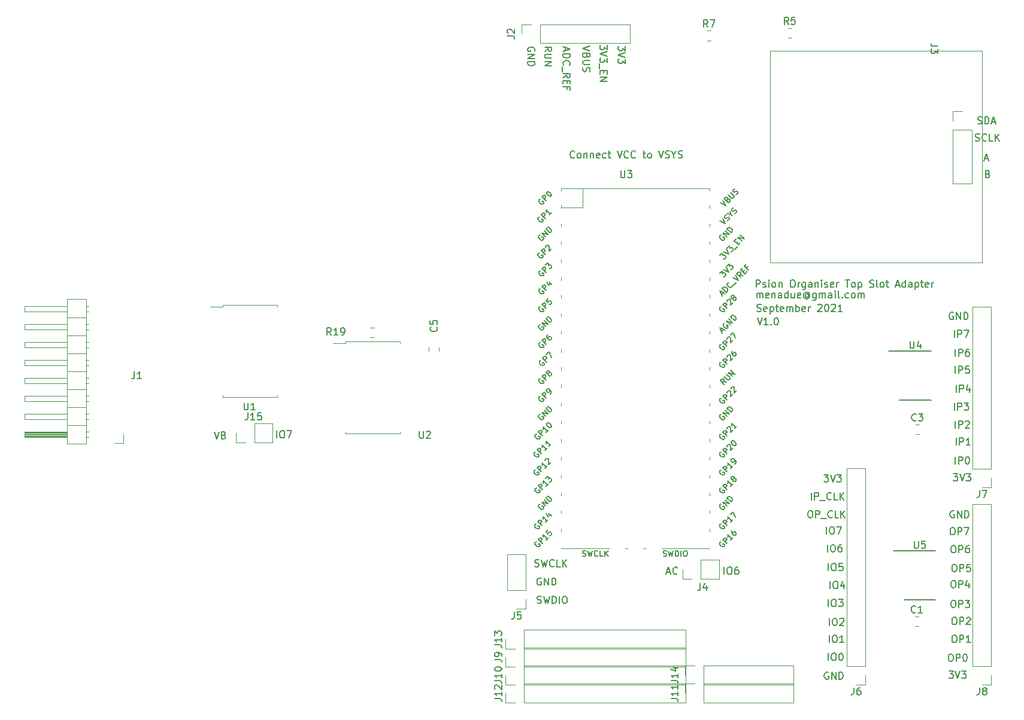
<source format=gbr>
G04 #@! TF.GenerationSoftware,KiCad,Pcbnew,5.1.5+dfsg1-2build2*
G04 #@! TF.CreationDate,2021-09-05T22:16:52+01:00*
G04 #@! TF.ProjectId,pak_breakout,70616b5f-6272-4656-916b-6f75742e6b69,rev?*
G04 #@! TF.SameCoordinates,Original*
G04 #@! TF.FileFunction,Legend,Top*
G04 #@! TF.FilePolarity,Positive*
%FSLAX46Y46*%
G04 Gerber Fmt 4.6, Leading zero omitted, Abs format (unit mm)*
G04 Created by KiCad (PCBNEW 5.1.5+dfsg1-2build2) date 2021-09-05 22:16:52*
%MOMM*%
%LPD*%
G04 APERTURE LIST*
%ADD10C,0.150000*%
%ADD11C,0.120000*%
G04 APERTURE END LIST*
D10*
X405527000Y-265120380D02*
X405527000Y-264120380D01*
X406193666Y-264120380D02*
X406384142Y-264120380D01*
X406479380Y-264168000D01*
X406574619Y-264263238D01*
X406622238Y-264453714D01*
X406622238Y-264787047D01*
X406574619Y-264977523D01*
X406479380Y-265072761D01*
X406384142Y-265120380D01*
X406193666Y-265120380D01*
X406098428Y-265072761D01*
X406003190Y-264977523D01*
X405955571Y-264787047D01*
X405955571Y-264453714D01*
X406003190Y-264263238D01*
X406098428Y-264168000D01*
X406193666Y-264120380D01*
X407479380Y-264120380D02*
X407288904Y-264120380D01*
X407193666Y-264168000D01*
X407146047Y-264215619D01*
X407050809Y-264358476D01*
X407003190Y-264548952D01*
X407003190Y-264929904D01*
X407050809Y-265025142D01*
X407098428Y-265072761D01*
X407193666Y-265120380D01*
X407384142Y-265120380D01*
X407479380Y-265072761D01*
X407527000Y-265025142D01*
X407574619Y-264929904D01*
X407574619Y-264691809D01*
X407527000Y-264596571D01*
X407479380Y-264548952D01*
X407384142Y-264501333D01*
X407193666Y-264501333D01*
X407098428Y-264548952D01*
X407050809Y-264596571D01*
X407003190Y-264691809D01*
X397406904Y-264834666D02*
X397883095Y-264834666D01*
X397311666Y-265120380D02*
X397645000Y-264120380D01*
X397978333Y-265120380D01*
X398883095Y-265025142D02*
X398835476Y-265072761D01*
X398692619Y-265120380D01*
X398597380Y-265120380D01*
X398454523Y-265072761D01*
X398359285Y-264977523D01*
X398311666Y-264882285D01*
X398264047Y-264691809D01*
X398264047Y-264548952D01*
X398311666Y-264358476D01*
X398359285Y-264263238D01*
X398454523Y-264168000D01*
X398597380Y-264120380D01*
X398692619Y-264120380D01*
X398835476Y-264168000D01*
X398883095Y-264215619D01*
X342281000Y-245816380D02*
X342281000Y-244816380D01*
X342947666Y-244816380D02*
X343138142Y-244816380D01*
X343233380Y-244864000D01*
X343328619Y-244959238D01*
X343376238Y-245149714D01*
X343376238Y-245483047D01*
X343328619Y-245673523D01*
X343233380Y-245768761D01*
X343138142Y-245816380D01*
X342947666Y-245816380D01*
X342852428Y-245768761D01*
X342757190Y-245673523D01*
X342709571Y-245483047D01*
X342709571Y-245149714D01*
X342757190Y-244959238D01*
X342852428Y-244864000D01*
X342947666Y-244816380D01*
X343709571Y-244816380D02*
X344376238Y-244816380D01*
X343947666Y-245816380D01*
X333430666Y-244943380D02*
X333764000Y-245943380D01*
X334097333Y-244943380D01*
X334764000Y-245419571D02*
X334906857Y-245467190D01*
X334954476Y-245514809D01*
X335002095Y-245610047D01*
X335002095Y-245752904D01*
X334954476Y-245848142D01*
X334906857Y-245895761D01*
X334811619Y-245943380D01*
X334430666Y-245943380D01*
X334430666Y-244943380D01*
X334764000Y-244943380D01*
X334859238Y-244991000D01*
X334906857Y-245038619D01*
X334954476Y-245133857D01*
X334954476Y-245229095D01*
X334906857Y-245324333D01*
X334859238Y-245371952D01*
X334764000Y-245419571D01*
X334430666Y-245419571D01*
X437292904Y-278852380D02*
X437911952Y-278852380D01*
X437578619Y-279233333D01*
X437721476Y-279233333D01*
X437816714Y-279280952D01*
X437864333Y-279328571D01*
X437911952Y-279423809D01*
X437911952Y-279661904D01*
X437864333Y-279757142D01*
X437816714Y-279804761D01*
X437721476Y-279852380D01*
X437435761Y-279852380D01*
X437340523Y-279804761D01*
X437292904Y-279757142D01*
X438197666Y-278852380D02*
X438531000Y-279852380D01*
X438864333Y-278852380D01*
X439102428Y-278852380D02*
X439721476Y-278852380D01*
X439388142Y-279233333D01*
X439531000Y-279233333D01*
X439626238Y-279280952D01*
X439673857Y-279328571D01*
X439721476Y-279423809D01*
X439721476Y-279661904D01*
X439673857Y-279757142D01*
X439626238Y-279804761D01*
X439531000Y-279852380D01*
X439245285Y-279852380D01*
X439150047Y-279804761D01*
X439102428Y-279757142D01*
X437459571Y-276439380D02*
X437650047Y-276439380D01*
X437745285Y-276487000D01*
X437840523Y-276582238D01*
X437888142Y-276772714D01*
X437888142Y-277106047D01*
X437840523Y-277296523D01*
X437745285Y-277391761D01*
X437650047Y-277439380D01*
X437459571Y-277439380D01*
X437364333Y-277391761D01*
X437269095Y-277296523D01*
X437221476Y-277106047D01*
X437221476Y-276772714D01*
X437269095Y-276582238D01*
X437364333Y-276487000D01*
X437459571Y-276439380D01*
X438316714Y-277439380D02*
X438316714Y-276439380D01*
X438697666Y-276439380D01*
X438792904Y-276487000D01*
X438840523Y-276534619D01*
X438888142Y-276629857D01*
X438888142Y-276772714D01*
X438840523Y-276867952D01*
X438792904Y-276915571D01*
X438697666Y-276963190D01*
X438316714Y-276963190D01*
X439507190Y-276439380D02*
X439602428Y-276439380D01*
X439697666Y-276487000D01*
X439745285Y-276534619D01*
X439792904Y-276629857D01*
X439840523Y-276820333D01*
X439840523Y-277058428D01*
X439792904Y-277248904D01*
X439745285Y-277344142D01*
X439697666Y-277391761D01*
X439602428Y-277439380D01*
X439507190Y-277439380D01*
X439411952Y-277391761D01*
X439364333Y-277344142D01*
X439316714Y-277248904D01*
X439269095Y-277058428D01*
X439269095Y-276820333D01*
X439316714Y-276629857D01*
X439364333Y-276534619D01*
X439411952Y-276487000D01*
X439507190Y-276439380D01*
X437967571Y-273772380D02*
X438158047Y-273772380D01*
X438253285Y-273820000D01*
X438348523Y-273915238D01*
X438396142Y-274105714D01*
X438396142Y-274439047D01*
X438348523Y-274629523D01*
X438253285Y-274724761D01*
X438158047Y-274772380D01*
X437967571Y-274772380D01*
X437872333Y-274724761D01*
X437777095Y-274629523D01*
X437729476Y-274439047D01*
X437729476Y-274105714D01*
X437777095Y-273915238D01*
X437872333Y-273820000D01*
X437967571Y-273772380D01*
X438824714Y-274772380D02*
X438824714Y-273772380D01*
X439205666Y-273772380D01*
X439300904Y-273820000D01*
X439348523Y-273867619D01*
X439396142Y-273962857D01*
X439396142Y-274105714D01*
X439348523Y-274200952D01*
X439300904Y-274248571D01*
X439205666Y-274296190D01*
X438824714Y-274296190D01*
X440348523Y-274772380D02*
X439777095Y-274772380D01*
X440062809Y-274772380D02*
X440062809Y-273772380D01*
X439967571Y-273915238D01*
X439872333Y-274010476D01*
X439777095Y-274058095D01*
X437967571Y-271232380D02*
X438158047Y-271232380D01*
X438253285Y-271280000D01*
X438348523Y-271375238D01*
X438396142Y-271565714D01*
X438396142Y-271899047D01*
X438348523Y-272089523D01*
X438253285Y-272184761D01*
X438158047Y-272232380D01*
X437967571Y-272232380D01*
X437872333Y-272184761D01*
X437777095Y-272089523D01*
X437729476Y-271899047D01*
X437729476Y-271565714D01*
X437777095Y-271375238D01*
X437872333Y-271280000D01*
X437967571Y-271232380D01*
X438824714Y-272232380D02*
X438824714Y-271232380D01*
X439205666Y-271232380D01*
X439300904Y-271280000D01*
X439348523Y-271327619D01*
X439396142Y-271422857D01*
X439396142Y-271565714D01*
X439348523Y-271660952D01*
X439300904Y-271708571D01*
X439205666Y-271756190D01*
X438824714Y-271756190D01*
X439777095Y-271327619D02*
X439824714Y-271280000D01*
X439919952Y-271232380D01*
X440158047Y-271232380D01*
X440253285Y-271280000D01*
X440300904Y-271327619D01*
X440348523Y-271422857D01*
X440348523Y-271518095D01*
X440300904Y-271660952D01*
X439729476Y-272232380D01*
X440348523Y-272232380D01*
X437840571Y-268819380D02*
X438031047Y-268819380D01*
X438126285Y-268867000D01*
X438221523Y-268962238D01*
X438269142Y-269152714D01*
X438269142Y-269486047D01*
X438221523Y-269676523D01*
X438126285Y-269771761D01*
X438031047Y-269819380D01*
X437840571Y-269819380D01*
X437745333Y-269771761D01*
X437650095Y-269676523D01*
X437602476Y-269486047D01*
X437602476Y-269152714D01*
X437650095Y-268962238D01*
X437745333Y-268867000D01*
X437840571Y-268819380D01*
X438697714Y-269819380D02*
X438697714Y-268819380D01*
X439078666Y-268819380D01*
X439173904Y-268867000D01*
X439221523Y-268914619D01*
X439269142Y-269009857D01*
X439269142Y-269152714D01*
X439221523Y-269247952D01*
X439173904Y-269295571D01*
X439078666Y-269343190D01*
X438697714Y-269343190D01*
X439602476Y-268819380D02*
X440221523Y-268819380D01*
X439888190Y-269200333D01*
X440031047Y-269200333D01*
X440126285Y-269247952D01*
X440173904Y-269295571D01*
X440221523Y-269390809D01*
X440221523Y-269628904D01*
X440173904Y-269724142D01*
X440126285Y-269771761D01*
X440031047Y-269819380D01*
X439745333Y-269819380D01*
X439650095Y-269771761D01*
X439602476Y-269724142D01*
X437840571Y-266025380D02*
X438031047Y-266025380D01*
X438126285Y-266073000D01*
X438221523Y-266168238D01*
X438269142Y-266358714D01*
X438269142Y-266692047D01*
X438221523Y-266882523D01*
X438126285Y-266977761D01*
X438031047Y-267025380D01*
X437840571Y-267025380D01*
X437745333Y-266977761D01*
X437650095Y-266882523D01*
X437602476Y-266692047D01*
X437602476Y-266358714D01*
X437650095Y-266168238D01*
X437745333Y-266073000D01*
X437840571Y-266025380D01*
X438697714Y-267025380D02*
X438697714Y-266025380D01*
X439078666Y-266025380D01*
X439173904Y-266073000D01*
X439221523Y-266120619D01*
X439269142Y-266215857D01*
X439269142Y-266358714D01*
X439221523Y-266453952D01*
X439173904Y-266501571D01*
X439078666Y-266549190D01*
X438697714Y-266549190D01*
X440126285Y-266358714D02*
X440126285Y-267025380D01*
X439888190Y-265977761D02*
X439650095Y-266692047D01*
X440269142Y-266692047D01*
X437967571Y-263739380D02*
X438158047Y-263739380D01*
X438253285Y-263787000D01*
X438348523Y-263882238D01*
X438396142Y-264072714D01*
X438396142Y-264406047D01*
X438348523Y-264596523D01*
X438253285Y-264691761D01*
X438158047Y-264739380D01*
X437967571Y-264739380D01*
X437872333Y-264691761D01*
X437777095Y-264596523D01*
X437729476Y-264406047D01*
X437729476Y-264072714D01*
X437777095Y-263882238D01*
X437872333Y-263787000D01*
X437967571Y-263739380D01*
X438824714Y-264739380D02*
X438824714Y-263739380D01*
X439205666Y-263739380D01*
X439300904Y-263787000D01*
X439348523Y-263834619D01*
X439396142Y-263929857D01*
X439396142Y-264072714D01*
X439348523Y-264167952D01*
X439300904Y-264215571D01*
X439205666Y-264263190D01*
X438824714Y-264263190D01*
X440300904Y-263739380D02*
X439824714Y-263739380D01*
X439777095Y-264215571D01*
X439824714Y-264167952D01*
X439919952Y-264120333D01*
X440158047Y-264120333D01*
X440253285Y-264167952D01*
X440300904Y-264215571D01*
X440348523Y-264310809D01*
X440348523Y-264548904D01*
X440300904Y-264644142D01*
X440253285Y-264691761D01*
X440158047Y-264739380D01*
X439919952Y-264739380D01*
X439824714Y-264691761D01*
X439777095Y-264644142D01*
X437840571Y-261072380D02*
X438031047Y-261072380D01*
X438126285Y-261120000D01*
X438221523Y-261215238D01*
X438269142Y-261405714D01*
X438269142Y-261739047D01*
X438221523Y-261929523D01*
X438126285Y-262024761D01*
X438031047Y-262072380D01*
X437840571Y-262072380D01*
X437745333Y-262024761D01*
X437650095Y-261929523D01*
X437602476Y-261739047D01*
X437602476Y-261405714D01*
X437650095Y-261215238D01*
X437745333Y-261120000D01*
X437840571Y-261072380D01*
X438697714Y-262072380D02*
X438697714Y-261072380D01*
X439078666Y-261072380D01*
X439173904Y-261120000D01*
X439221523Y-261167619D01*
X439269142Y-261262857D01*
X439269142Y-261405714D01*
X439221523Y-261500952D01*
X439173904Y-261548571D01*
X439078666Y-261596190D01*
X438697714Y-261596190D01*
X440126285Y-261072380D02*
X439935809Y-261072380D01*
X439840571Y-261120000D01*
X439792952Y-261167619D01*
X439697714Y-261310476D01*
X439650095Y-261500952D01*
X439650095Y-261881904D01*
X439697714Y-261977142D01*
X439745333Y-262024761D01*
X439840571Y-262072380D01*
X440031047Y-262072380D01*
X440126285Y-262024761D01*
X440173904Y-261977142D01*
X440221523Y-261881904D01*
X440221523Y-261643809D01*
X440173904Y-261548571D01*
X440126285Y-261500952D01*
X440031047Y-261453333D01*
X439840571Y-261453333D01*
X439745333Y-261500952D01*
X439697714Y-261548571D01*
X439650095Y-261643809D01*
X437713571Y-258532380D02*
X437904047Y-258532380D01*
X437999285Y-258580000D01*
X438094523Y-258675238D01*
X438142142Y-258865714D01*
X438142142Y-259199047D01*
X438094523Y-259389523D01*
X437999285Y-259484761D01*
X437904047Y-259532380D01*
X437713571Y-259532380D01*
X437618333Y-259484761D01*
X437523095Y-259389523D01*
X437475476Y-259199047D01*
X437475476Y-258865714D01*
X437523095Y-258675238D01*
X437618333Y-258580000D01*
X437713571Y-258532380D01*
X438570714Y-259532380D02*
X438570714Y-258532380D01*
X438951666Y-258532380D01*
X439046904Y-258580000D01*
X439094523Y-258627619D01*
X439142142Y-258722857D01*
X439142142Y-258865714D01*
X439094523Y-258960952D01*
X439046904Y-259008571D01*
X438951666Y-259056190D01*
X438570714Y-259056190D01*
X439475476Y-258532380D02*
X440142142Y-258532380D01*
X439713571Y-259532380D01*
X438023095Y-256167000D02*
X437927857Y-256119380D01*
X437785000Y-256119380D01*
X437642142Y-256167000D01*
X437546904Y-256262238D01*
X437499285Y-256357476D01*
X437451666Y-256547952D01*
X437451666Y-256690809D01*
X437499285Y-256881285D01*
X437546904Y-256976523D01*
X437642142Y-257071761D01*
X437785000Y-257119380D01*
X437880238Y-257119380D01*
X438023095Y-257071761D01*
X438070714Y-257024142D01*
X438070714Y-256690809D01*
X437880238Y-256690809D01*
X438499285Y-257119380D02*
X438499285Y-256119380D01*
X439070714Y-257119380D01*
X439070714Y-256119380D01*
X439546904Y-257119380D02*
X439546904Y-256119380D01*
X439785000Y-256119380D01*
X439927857Y-256167000D01*
X440023095Y-256262238D01*
X440070714Y-256357476D01*
X440118333Y-256547952D01*
X440118333Y-256690809D01*
X440070714Y-256881285D01*
X440023095Y-256976523D01*
X439927857Y-257071761D01*
X439785000Y-257119380D01*
X439546904Y-257119380D01*
X437927904Y-250912380D02*
X438546952Y-250912380D01*
X438213619Y-251293333D01*
X438356476Y-251293333D01*
X438451714Y-251340952D01*
X438499333Y-251388571D01*
X438546952Y-251483809D01*
X438546952Y-251721904D01*
X438499333Y-251817142D01*
X438451714Y-251864761D01*
X438356476Y-251912380D01*
X438070761Y-251912380D01*
X437975523Y-251864761D01*
X437927904Y-251817142D01*
X438832666Y-250912380D02*
X439166000Y-251912380D01*
X439499333Y-250912380D01*
X439737428Y-250912380D02*
X440356476Y-250912380D01*
X440023142Y-251293333D01*
X440166000Y-251293333D01*
X440261238Y-251340952D01*
X440308857Y-251388571D01*
X440356476Y-251483809D01*
X440356476Y-251721904D01*
X440308857Y-251817142D01*
X440261238Y-251864761D01*
X440166000Y-251912380D01*
X439880285Y-251912380D01*
X439785047Y-251864761D01*
X439737428Y-251817142D01*
X438189809Y-249499380D02*
X438189809Y-248499380D01*
X438666000Y-249499380D02*
X438666000Y-248499380D01*
X439046952Y-248499380D01*
X439142190Y-248547000D01*
X439189809Y-248594619D01*
X439237428Y-248689857D01*
X439237428Y-248832714D01*
X439189809Y-248927952D01*
X439142190Y-248975571D01*
X439046952Y-249023190D01*
X438666000Y-249023190D01*
X439856476Y-248499380D02*
X439951714Y-248499380D01*
X440046952Y-248547000D01*
X440094571Y-248594619D01*
X440142190Y-248689857D01*
X440189809Y-248880333D01*
X440189809Y-249118428D01*
X440142190Y-249308904D01*
X440094571Y-249404142D01*
X440046952Y-249451761D01*
X439951714Y-249499380D01*
X439856476Y-249499380D01*
X439761238Y-249451761D01*
X439713619Y-249404142D01*
X439666000Y-249308904D01*
X439618380Y-249118428D01*
X439618380Y-248880333D01*
X439666000Y-248689857D01*
X439713619Y-248594619D01*
X439761238Y-248547000D01*
X439856476Y-248499380D01*
X438316809Y-246832380D02*
X438316809Y-245832380D01*
X438793000Y-246832380D02*
X438793000Y-245832380D01*
X439173952Y-245832380D01*
X439269190Y-245880000D01*
X439316809Y-245927619D01*
X439364428Y-246022857D01*
X439364428Y-246165714D01*
X439316809Y-246260952D01*
X439269190Y-246308571D01*
X439173952Y-246356190D01*
X438793000Y-246356190D01*
X440316809Y-246832380D02*
X439745380Y-246832380D01*
X440031095Y-246832380D02*
X440031095Y-245832380D01*
X439935857Y-245975238D01*
X439840619Y-246070476D01*
X439745380Y-246118095D01*
X438189809Y-244419380D02*
X438189809Y-243419380D01*
X438666000Y-244419380D02*
X438666000Y-243419380D01*
X439046952Y-243419380D01*
X439142190Y-243467000D01*
X439189809Y-243514619D01*
X439237428Y-243609857D01*
X439237428Y-243752714D01*
X439189809Y-243847952D01*
X439142190Y-243895571D01*
X439046952Y-243943190D01*
X438666000Y-243943190D01*
X439618380Y-243514619D02*
X439666000Y-243467000D01*
X439761238Y-243419380D01*
X439999333Y-243419380D01*
X440094571Y-243467000D01*
X440142190Y-243514619D01*
X440189809Y-243609857D01*
X440189809Y-243705095D01*
X440142190Y-243847952D01*
X439570761Y-244419380D01*
X440189809Y-244419380D01*
X438062809Y-241879380D02*
X438062809Y-240879380D01*
X438539000Y-241879380D02*
X438539000Y-240879380D01*
X438919952Y-240879380D01*
X439015190Y-240927000D01*
X439062809Y-240974619D01*
X439110428Y-241069857D01*
X439110428Y-241212714D01*
X439062809Y-241307952D01*
X439015190Y-241355571D01*
X438919952Y-241403190D01*
X438539000Y-241403190D01*
X439443761Y-240879380D02*
X440062809Y-240879380D01*
X439729476Y-241260333D01*
X439872333Y-241260333D01*
X439967571Y-241307952D01*
X440015190Y-241355571D01*
X440062809Y-241450809D01*
X440062809Y-241688904D01*
X440015190Y-241784142D01*
X439967571Y-241831761D01*
X439872333Y-241879380D01*
X439586619Y-241879380D01*
X439491380Y-241831761D01*
X439443761Y-241784142D01*
X438316809Y-239339380D02*
X438316809Y-238339380D01*
X438793000Y-239339380D02*
X438793000Y-238339380D01*
X439173952Y-238339380D01*
X439269190Y-238387000D01*
X439316809Y-238434619D01*
X439364428Y-238529857D01*
X439364428Y-238672714D01*
X439316809Y-238767952D01*
X439269190Y-238815571D01*
X439173952Y-238863190D01*
X438793000Y-238863190D01*
X440221571Y-238672714D02*
X440221571Y-239339380D01*
X439983476Y-238291761D02*
X439745380Y-239006047D01*
X440364428Y-239006047D01*
X438189809Y-236672380D02*
X438189809Y-235672380D01*
X438666000Y-236672380D02*
X438666000Y-235672380D01*
X439046952Y-235672380D01*
X439142190Y-235720000D01*
X439189809Y-235767619D01*
X439237428Y-235862857D01*
X439237428Y-236005714D01*
X439189809Y-236100952D01*
X439142190Y-236148571D01*
X439046952Y-236196190D01*
X438666000Y-236196190D01*
X440142190Y-235672380D02*
X439666000Y-235672380D01*
X439618380Y-236148571D01*
X439666000Y-236100952D01*
X439761238Y-236053333D01*
X439999333Y-236053333D01*
X440094571Y-236100952D01*
X440142190Y-236148571D01*
X440189809Y-236243809D01*
X440189809Y-236481904D01*
X440142190Y-236577142D01*
X440094571Y-236624761D01*
X439999333Y-236672380D01*
X439761238Y-236672380D01*
X439666000Y-236624761D01*
X439618380Y-236577142D01*
X438189809Y-234259380D02*
X438189809Y-233259380D01*
X438666000Y-234259380D02*
X438666000Y-233259380D01*
X439046952Y-233259380D01*
X439142190Y-233307000D01*
X439189809Y-233354619D01*
X439237428Y-233449857D01*
X439237428Y-233592714D01*
X439189809Y-233687952D01*
X439142190Y-233735571D01*
X439046952Y-233783190D01*
X438666000Y-233783190D01*
X440094571Y-233259380D02*
X439904095Y-233259380D01*
X439808857Y-233307000D01*
X439761238Y-233354619D01*
X439666000Y-233497476D01*
X439618380Y-233687952D01*
X439618380Y-234068904D01*
X439666000Y-234164142D01*
X439713619Y-234211761D01*
X439808857Y-234259380D01*
X439999333Y-234259380D01*
X440094571Y-234211761D01*
X440142190Y-234164142D01*
X440189809Y-234068904D01*
X440189809Y-233830809D01*
X440142190Y-233735571D01*
X440094571Y-233687952D01*
X439999333Y-233640333D01*
X439808857Y-233640333D01*
X439713619Y-233687952D01*
X439666000Y-233735571D01*
X439618380Y-233830809D01*
X438062809Y-231592380D02*
X438062809Y-230592380D01*
X438539000Y-231592380D02*
X438539000Y-230592380D01*
X438919952Y-230592380D01*
X439015190Y-230640000D01*
X439062809Y-230687619D01*
X439110428Y-230782857D01*
X439110428Y-230925714D01*
X439062809Y-231020952D01*
X439015190Y-231068571D01*
X438919952Y-231116190D01*
X438539000Y-231116190D01*
X439443761Y-230592380D02*
X440110428Y-230592380D01*
X439681857Y-231592380D01*
X437896095Y-228100000D02*
X437800857Y-228052380D01*
X437658000Y-228052380D01*
X437515142Y-228100000D01*
X437419904Y-228195238D01*
X437372285Y-228290476D01*
X437324666Y-228480952D01*
X437324666Y-228623809D01*
X437372285Y-228814285D01*
X437419904Y-228909523D01*
X437515142Y-229004761D01*
X437658000Y-229052380D01*
X437753238Y-229052380D01*
X437896095Y-229004761D01*
X437943714Y-228957142D01*
X437943714Y-228623809D01*
X437753238Y-228623809D01*
X438372285Y-229052380D02*
X438372285Y-228052380D01*
X438943714Y-229052380D01*
X438943714Y-228052380D01*
X439419904Y-229052380D02*
X439419904Y-228052380D01*
X439658000Y-228052380D01*
X439800857Y-228100000D01*
X439896095Y-228195238D01*
X439943714Y-228290476D01*
X439991333Y-228480952D01*
X439991333Y-228623809D01*
X439943714Y-228814285D01*
X439896095Y-228909523D01*
X439800857Y-229004761D01*
X439658000Y-229052380D01*
X439419904Y-229052380D01*
X420243095Y-279027000D02*
X420147857Y-278979380D01*
X420005000Y-278979380D01*
X419862142Y-279027000D01*
X419766904Y-279122238D01*
X419719285Y-279217476D01*
X419671666Y-279407952D01*
X419671666Y-279550809D01*
X419719285Y-279741285D01*
X419766904Y-279836523D01*
X419862142Y-279931761D01*
X420005000Y-279979380D01*
X420100238Y-279979380D01*
X420243095Y-279931761D01*
X420290714Y-279884142D01*
X420290714Y-279550809D01*
X420100238Y-279550809D01*
X420719285Y-279979380D02*
X420719285Y-278979380D01*
X421290714Y-279979380D01*
X421290714Y-278979380D01*
X421766904Y-279979380D02*
X421766904Y-278979380D01*
X422005000Y-278979380D01*
X422147857Y-279027000D01*
X422243095Y-279122238D01*
X422290714Y-279217476D01*
X422338333Y-279407952D01*
X422338333Y-279550809D01*
X422290714Y-279741285D01*
X422243095Y-279836523D01*
X422147857Y-279931761D01*
X422005000Y-279979380D01*
X421766904Y-279979380D01*
X420259000Y-277312380D02*
X420259000Y-276312380D01*
X420925666Y-276312380D02*
X421116142Y-276312380D01*
X421211380Y-276360000D01*
X421306619Y-276455238D01*
X421354238Y-276645714D01*
X421354238Y-276979047D01*
X421306619Y-277169523D01*
X421211380Y-277264761D01*
X421116142Y-277312380D01*
X420925666Y-277312380D01*
X420830428Y-277264761D01*
X420735190Y-277169523D01*
X420687571Y-276979047D01*
X420687571Y-276645714D01*
X420735190Y-276455238D01*
X420830428Y-276360000D01*
X420925666Y-276312380D01*
X421973285Y-276312380D02*
X422068523Y-276312380D01*
X422163761Y-276360000D01*
X422211380Y-276407619D01*
X422259000Y-276502857D01*
X422306619Y-276693333D01*
X422306619Y-276931428D01*
X422259000Y-277121904D01*
X422211380Y-277217142D01*
X422163761Y-277264761D01*
X422068523Y-277312380D01*
X421973285Y-277312380D01*
X421878047Y-277264761D01*
X421830428Y-277217142D01*
X421782809Y-277121904D01*
X421735190Y-276931428D01*
X421735190Y-276693333D01*
X421782809Y-276502857D01*
X421830428Y-276407619D01*
X421878047Y-276360000D01*
X421973285Y-276312380D01*
X420386000Y-274772380D02*
X420386000Y-273772380D01*
X421052666Y-273772380D02*
X421243142Y-273772380D01*
X421338380Y-273820000D01*
X421433619Y-273915238D01*
X421481238Y-274105714D01*
X421481238Y-274439047D01*
X421433619Y-274629523D01*
X421338380Y-274724761D01*
X421243142Y-274772380D01*
X421052666Y-274772380D01*
X420957428Y-274724761D01*
X420862190Y-274629523D01*
X420814571Y-274439047D01*
X420814571Y-274105714D01*
X420862190Y-273915238D01*
X420957428Y-273820000D01*
X421052666Y-273772380D01*
X422433619Y-274772380D02*
X421862190Y-274772380D01*
X422147904Y-274772380D02*
X422147904Y-273772380D01*
X422052666Y-273915238D01*
X421957428Y-274010476D01*
X421862190Y-274058095D01*
X420386000Y-272359380D02*
X420386000Y-271359380D01*
X421052666Y-271359380D02*
X421243142Y-271359380D01*
X421338380Y-271407000D01*
X421433619Y-271502238D01*
X421481238Y-271692714D01*
X421481238Y-272026047D01*
X421433619Y-272216523D01*
X421338380Y-272311761D01*
X421243142Y-272359380D01*
X421052666Y-272359380D01*
X420957428Y-272311761D01*
X420862190Y-272216523D01*
X420814571Y-272026047D01*
X420814571Y-271692714D01*
X420862190Y-271502238D01*
X420957428Y-271407000D01*
X421052666Y-271359380D01*
X421862190Y-271454619D02*
X421909809Y-271407000D01*
X422005047Y-271359380D01*
X422243142Y-271359380D01*
X422338380Y-271407000D01*
X422386000Y-271454619D01*
X422433619Y-271549857D01*
X422433619Y-271645095D01*
X422386000Y-271787952D01*
X421814571Y-272359380D01*
X422433619Y-272359380D01*
X420259000Y-269692380D02*
X420259000Y-268692380D01*
X420925666Y-268692380D02*
X421116142Y-268692380D01*
X421211380Y-268740000D01*
X421306619Y-268835238D01*
X421354238Y-269025714D01*
X421354238Y-269359047D01*
X421306619Y-269549523D01*
X421211380Y-269644761D01*
X421116142Y-269692380D01*
X420925666Y-269692380D01*
X420830428Y-269644761D01*
X420735190Y-269549523D01*
X420687571Y-269359047D01*
X420687571Y-269025714D01*
X420735190Y-268835238D01*
X420830428Y-268740000D01*
X420925666Y-268692380D01*
X421687571Y-268692380D02*
X422306619Y-268692380D01*
X421973285Y-269073333D01*
X422116142Y-269073333D01*
X422211380Y-269120952D01*
X422259000Y-269168571D01*
X422306619Y-269263809D01*
X422306619Y-269501904D01*
X422259000Y-269597142D01*
X422211380Y-269644761D01*
X422116142Y-269692380D01*
X421830428Y-269692380D01*
X421735190Y-269644761D01*
X421687571Y-269597142D01*
X420513000Y-267152380D02*
X420513000Y-266152380D01*
X421179666Y-266152380D02*
X421370142Y-266152380D01*
X421465380Y-266200000D01*
X421560619Y-266295238D01*
X421608238Y-266485714D01*
X421608238Y-266819047D01*
X421560619Y-267009523D01*
X421465380Y-267104761D01*
X421370142Y-267152380D01*
X421179666Y-267152380D01*
X421084428Y-267104761D01*
X420989190Y-267009523D01*
X420941571Y-266819047D01*
X420941571Y-266485714D01*
X420989190Y-266295238D01*
X421084428Y-266200000D01*
X421179666Y-266152380D01*
X422465380Y-266485714D02*
X422465380Y-267152380D01*
X422227285Y-266104761D02*
X421989190Y-266819047D01*
X422608238Y-266819047D01*
X420259000Y-264612380D02*
X420259000Y-263612380D01*
X420925666Y-263612380D02*
X421116142Y-263612380D01*
X421211380Y-263660000D01*
X421306619Y-263755238D01*
X421354238Y-263945714D01*
X421354238Y-264279047D01*
X421306619Y-264469523D01*
X421211380Y-264564761D01*
X421116142Y-264612380D01*
X420925666Y-264612380D01*
X420830428Y-264564761D01*
X420735190Y-264469523D01*
X420687571Y-264279047D01*
X420687571Y-263945714D01*
X420735190Y-263755238D01*
X420830428Y-263660000D01*
X420925666Y-263612380D01*
X422259000Y-263612380D02*
X421782809Y-263612380D01*
X421735190Y-264088571D01*
X421782809Y-264040952D01*
X421878047Y-263993333D01*
X422116142Y-263993333D01*
X422211380Y-264040952D01*
X422259000Y-264088571D01*
X422306619Y-264183809D01*
X422306619Y-264421904D01*
X422259000Y-264517142D01*
X422211380Y-264564761D01*
X422116142Y-264612380D01*
X421878047Y-264612380D01*
X421782809Y-264564761D01*
X421735190Y-264517142D01*
X420132000Y-261945380D02*
X420132000Y-260945380D01*
X420798666Y-260945380D02*
X420989142Y-260945380D01*
X421084380Y-260993000D01*
X421179619Y-261088238D01*
X421227238Y-261278714D01*
X421227238Y-261612047D01*
X421179619Y-261802523D01*
X421084380Y-261897761D01*
X420989142Y-261945380D01*
X420798666Y-261945380D01*
X420703428Y-261897761D01*
X420608190Y-261802523D01*
X420560571Y-261612047D01*
X420560571Y-261278714D01*
X420608190Y-261088238D01*
X420703428Y-260993000D01*
X420798666Y-260945380D01*
X422084380Y-260945380D02*
X421893904Y-260945380D01*
X421798666Y-260993000D01*
X421751047Y-261040619D01*
X421655809Y-261183476D01*
X421608190Y-261373952D01*
X421608190Y-261754904D01*
X421655809Y-261850142D01*
X421703428Y-261897761D01*
X421798666Y-261945380D01*
X421989142Y-261945380D01*
X422084380Y-261897761D01*
X422132000Y-261850142D01*
X422179619Y-261754904D01*
X422179619Y-261516809D01*
X422132000Y-261421571D01*
X422084380Y-261373952D01*
X421989142Y-261326333D01*
X421798666Y-261326333D01*
X421703428Y-261373952D01*
X421655809Y-261421571D01*
X421608190Y-261516809D01*
X420005000Y-259405380D02*
X420005000Y-258405380D01*
X420671666Y-258405380D02*
X420862142Y-258405380D01*
X420957380Y-258453000D01*
X421052619Y-258548238D01*
X421100238Y-258738714D01*
X421100238Y-259072047D01*
X421052619Y-259262523D01*
X420957380Y-259357761D01*
X420862142Y-259405380D01*
X420671666Y-259405380D01*
X420576428Y-259357761D01*
X420481190Y-259262523D01*
X420433571Y-259072047D01*
X420433571Y-258738714D01*
X420481190Y-258548238D01*
X420576428Y-258453000D01*
X420671666Y-258405380D01*
X421433571Y-258405380D02*
X422100238Y-258405380D01*
X421671666Y-259405380D01*
X417608047Y-256119380D02*
X417798523Y-256119380D01*
X417893761Y-256167000D01*
X417989000Y-256262238D01*
X418036619Y-256452714D01*
X418036619Y-256786047D01*
X417989000Y-256976523D01*
X417893761Y-257071761D01*
X417798523Y-257119380D01*
X417608047Y-257119380D01*
X417512809Y-257071761D01*
X417417571Y-256976523D01*
X417369952Y-256786047D01*
X417369952Y-256452714D01*
X417417571Y-256262238D01*
X417512809Y-256167000D01*
X417608047Y-256119380D01*
X418465190Y-257119380D02*
X418465190Y-256119380D01*
X418846142Y-256119380D01*
X418941380Y-256167000D01*
X418989000Y-256214619D01*
X419036619Y-256309857D01*
X419036619Y-256452714D01*
X418989000Y-256547952D01*
X418941380Y-256595571D01*
X418846142Y-256643190D01*
X418465190Y-256643190D01*
X419227095Y-257214619D02*
X419989000Y-257214619D01*
X420798523Y-257024142D02*
X420750904Y-257071761D01*
X420608047Y-257119380D01*
X420512809Y-257119380D01*
X420369952Y-257071761D01*
X420274714Y-256976523D01*
X420227095Y-256881285D01*
X420179476Y-256690809D01*
X420179476Y-256547952D01*
X420227095Y-256357476D01*
X420274714Y-256262238D01*
X420369952Y-256167000D01*
X420512809Y-256119380D01*
X420608047Y-256119380D01*
X420750904Y-256167000D01*
X420798523Y-256214619D01*
X421703285Y-257119380D02*
X421227095Y-257119380D01*
X421227095Y-256119380D01*
X422036619Y-257119380D02*
X422036619Y-256119380D01*
X422608047Y-257119380D02*
X422179476Y-256547952D01*
X422608047Y-256119380D02*
X422036619Y-256690809D01*
X417830285Y-254579380D02*
X417830285Y-253579380D01*
X418306476Y-254579380D02*
X418306476Y-253579380D01*
X418687428Y-253579380D01*
X418782666Y-253627000D01*
X418830285Y-253674619D01*
X418877904Y-253769857D01*
X418877904Y-253912714D01*
X418830285Y-254007952D01*
X418782666Y-254055571D01*
X418687428Y-254103190D01*
X418306476Y-254103190D01*
X419068380Y-254674619D02*
X419830285Y-254674619D01*
X420639809Y-254484142D02*
X420592190Y-254531761D01*
X420449333Y-254579380D01*
X420354095Y-254579380D01*
X420211238Y-254531761D01*
X420116000Y-254436523D01*
X420068380Y-254341285D01*
X420020761Y-254150809D01*
X420020761Y-254007952D01*
X420068380Y-253817476D01*
X420116000Y-253722238D01*
X420211238Y-253627000D01*
X420354095Y-253579380D01*
X420449333Y-253579380D01*
X420592190Y-253627000D01*
X420639809Y-253674619D01*
X421544571Y-254579380D02*
X421068380Y-254579380D01*
X421068380Y-253579380D01*
X421877904Y-254579380D02*
X421877904Y-253579380D01*
X422449333Y-254579380D02*
X422020761Y-254007952D01*
X422449333Y-253579380D02*
X421877904Y-254150809D01*
X419639904Y-251039380D02*
X420258952Y-251039380D01*
X419925619Y-251420333D01*
X420068476Y-251420333D01*
X420163714Y-251467952D01*
X420211333Y-251515571D01*
X420258952Y-251610809D01*
X420258952Y-251848904D01*
X420211333Y-251944142D01*
X420163714Y-251991761D01*
X420068476Y-252039380D01*
X419782761Y-252039380D01*
X419687523Y-251991761D01*
X419639904Y-251944142D01*
X420544666Y-251039380D02*
X420878000Y-252039380D01*
X421211333Y-251039380D01*
X421449428Y-251039380D02*
X422068476Y-251039380D01*
X421735142Y-251420333D01*
X421878000Y-251420333D01*
X421973238Y-251467952D01*
X422020857Y-251515571D01*
X422068476Y-251610809D01*
X422068476Y-251848904D01*
X422020857Y-251944142D01*
X421973238Y-251991761D01*
X421878000Y-252039380D01*
X421592285Y-252039380D01*
X421497047Y-251991761D01*
X421449428Y-251944142D01*
X442793428Y-208462571D02*
X442936285Y-208510190D01*
X442983904Y-208557809D01*
X443031523Y-208653047D01*
X443031523Y-208795904D01*
X442983904Y-208891142D01*
X442936285Y-208938761D01*
X442841047Y-208986380D01*
X442460095Y-208986380D01*
X442460095Y-207986380D01*
X442793428Y-207986380D01*
X442888666Y-208034000D01*
X442936285Y-208081619D01*
X442983904Y-208176857D01*
X442983904Y-208272095D01*
X442936285Y-208367333D01*
X442888666Y-208414952D01*
X442793428Y-208462571D01*
X442460095Y-208462571D01*
X442356904Y-206287666D02*
X442833095Y-206287666D01*
X442261666Y-206573380D02*
X442595000Y-205573380D01*
X442928333Y-206573380D01*
X441380714Y-201318761D02*
X441523571Y-201366380D01*
X441761666Y-201366380D01*
X441856904Y-201318761D01*
X441904523Y-201271142D01*
X441952142Y-201175904D01*
X441952142Y-201080666D01*
X441904523Y-200985428D01*
X441856904Y-200937809D01*
X441761666Y-200890190D01*
X441571190Y-200842571D01*
X441475952Y-200794952D01*
X441428333Y-200747333D01*
X441380714Y-200652095D01*
X441380714Y-200556857D01*
X441428333Y-200461619D01*
X441475952Y-200414000D01*
X441571190Y-200366380D01*
X441809285Y-200366380D01*
X441952142Y-200414000D01*
X442380714Y-201366380D02*
X442380714Y-200366380D01*
X442618809Y-200366380D01*
X442761666Y-200414000D01*
X442856904Y-200509238D01*
X442904523Y-200604476D01*
X442952142Y-200794952D01*
X442952142Y-200937809D01*
X442904523Y-201128285D01*
X442856904Y-201223523D01*
X442761666Y-201318761D01*
X442618809Y-201366380D01*
X442380714Y-201366380D01*
X443333095Y-201080666D02*
X443809285Y-201080666D01*
X443237857Y-201366380D02*
X443571190Y-200366380D01*
X443904523Y-201366380D01*
X441031523Y-203731761D02*
X441174380Y-203779380D01*
X441412476Y-203779380D01*
X441507714Y-203731761D01*
X441555333Y-203684142D01*
X441602952Y-203588904D01*
X441602952Y-203493666D01*
X441555333Y-203398428D01*
X441507714Y-203350809D01*
X441412476Y-203303190D01*
X441222000Y-203255571D01*
X441126761Y-203207952D01*
X441079142Y-203160333D01*
X441031523Y-203065095D01*
X441031523Y-202969857D01*
X441079142Y-202874619D01*
X441126761Y-202827000D01*
X441222000Y-202779380D01*
X441460095Y-202779380D01*
X441602952Y-202827000D01*
X442602952Y-203684142D02*
X442555333Y-203731761D01*
X442412476Y-203779380D01*
X442317238Y-203779380D01*
X442174380Y-203731761D01*
X442079142Y-203636523D01*
X442031523Y-203541285D01*
X441983904Y-203350809D01*
X441983904Y-203207952D01*
X442031523Y-203017476D01*
X442079142Y-202922238D01*
X442174380Y-202827000D01*
X442317238Y-202779380D01*
X442412476Y-202779380D01*
X442555333Y-202827000D01*
X442602952Y-202874619D01*
X443507714Y-203779380D02*
X443031523Y-203779380D01*
X443031523Y-202779380D01*
X443841047Y-203779380D02*
X443841047Y-202779380D01*
X444412476Y-203779380D02*
X443983904Y-203207952D01*
X444412476Y-202779380D02*
X443841047Y-203350809D01*
X410210190Y-228814380D02*
X410543523Y-229814380D01*
X410876857Y-228814380D01*
X411734000Y-229814380D02*
X411162571Y-229814380D01*
X411448285Y-229814380D02*
X411448285Y-228814380D01*
X411353047Y-228957238D01*
X411257809Y-229052476D01*
X411162571Y-229100095D01*
X412162571Y-229719142D02*
X412210190Y-229766761D01*
X412162571Y-229814380D01*
X412114952Y-229766761D01*
X412162571Y-229719142D01*
X412162571Y-229814380D01*
X412829238Y-228814380D02*
X412924476Y-228814380D01*
X413019714Y-228862000D01*
X413067333Y-228909619D01*
X413114952Y-229004857D01*
X413162571Y-229195333D01*
X413162571Y-229433428D01*
X413114952Y-229623904D01*
X413067333Y-229719142D01*
X413019714Y-229766761D01*
X412924476Y-229814380D01*
X412829238Y-229814380D01*
X412734000Y-229766761D01*
X412686380Y-229719142D01*
X412638761Y-229623904D01*
X412591142Y-229433428D01*
X412591142Y-229195333D01*
X412638761Y-229004857D01*
X412686380Y-228909619D01*
X412734000Y-228862000D01*
X412829238Y-228814380D01*
X410155190Y-227861761D02*
X410298047Y-227909380D01*
X410536142Y-227909380D01*
X410631380Y-227861761D01*
X410679000Y-227814142D01*
X410726619Y-227718904D01*
X410726619Y-227623666D01*
X410679000Y-227528428D01*
X410631380Y-227480809D01*
X410536142Y-227433190D01*
X410345666Y-227385571D01*
X410250428Y-227337952D01*
X410202809Y-227290333D01*
X410155190Y-227195095D01*
X410155190Y-227099857D01*
X410202809Y-227004619D01*
X410250428Y-226957000D01*
X410345666Y-226909380D01*
X410583761Y-226909380D01*
X410726619Y-226957000D01*
X411536142Y-227861761D02*
X411440904Y-227909380D01*
X411250428Y-227909380D01*
X411155190Y-227861761D01*
X411107571Y-227766523D01*
X411107571Y-227385571D01*
X411155190Y-227290333D01*
X411250428Y-227242714D01*
X411440904Y-227242714D01*
X411536142Y-227290333D01*
X411583761Y-227385571D01*
X411583761Y-227480809D01*
X411107571Y-227576047D01*
X412012333Y-227242714D02*
X412012333Y-228242714D01*
X412012333Y-227290333D02*
X412107571Y-227242714D01*
X412298047Y-227242714D01*
X412393285Y-227290333D01*
X412440904Y-227337952D01*
X412488523Y-227433190D01*
X412488523Y-227718904D01*
X412440904Y-227814142D01*
X412393285Y-227861761D01*
X412298047Y-227909380D01*
X412107571Y-227909380D01*
X412012333Y-227861761D01*
X412774238Y-227242714D02*
X413155190Y-227242714D01*
X412917095Y-226909380D02*
X412917095Y-227766523D01*
X412964714Y-227861761D01*
X413059952Y-227909380D01*
X413155190Y-227909380D01*
X413869476Y-227861761D02*
X413774238Y-227909380D01*
X413583761Y-227909380D01*
X413488523Y-227861761D01*
X413440904Y-227766523D01*
X413440904Y-227385571D01*
X413488523Y-227290333D01*
X413583761Y-227242714D01*
X413774238Y-227242714D01*
X413869476Y-227290333D01*
X413917095Y-227385571D01*
X413917095Y-227480809D01*
X413440904Y-227576047D01*
X414345666Y-227909380D02*
X414345666Y-227242714D01*
X414345666Y-227337952D02*
X414393285Y-227290333D01*
X414488523Y-227242714D01*
X414631380Y-227242714D01*
X414726619Y-227290333D01*
X414774238Y-227385571D01*
X414774238Y-227909380D01*
X414774238Y-227385571D02*
X414821857Y-227290333D01*
X414917095Y-227242714D01*
X415059952Y-227242714D01*
X415155190Y-227290333D01*
X415202809Y-227385571D01*
X415202809Y-227909380D01*
X415679000Y-227909380D02*
X415679000Y-226909380D01*
X415679000Y-227290333D02*
X415774238Y-227242714D01*
X415964714Y-227242714D01*
X416059952Y-227290333D01*
X416107571Y-227337952D01*
X416155190Y-227433190D01*
X416155190Y-227718904D01*
X416107571Y-227814142D01*
X416059952Y-227861761D01*
X415964714Y-227909380D01*
X415774238Y-227909380D01*
X415679000Y-227861761D01*
X416964714Y-227861761D02*
X416869476Y-227909380D01*
X416679000Y-227909380D01*
X416583761Y-227861761D01*
X416536142Y-227766523D01*
X416536142Y-227385571D01*
X416583761Y-227290333D01*
X416679000Y-227242714D01*
X416869476Y-227242714D01*
X416964714Y-227290333D01*
X417012333Y-227385571D01*
X417012333Y-227480809D01*
X416536142Y-227576047D01*
X417440904Y-227909380D02*
X417440904Y-227242714D01*
X417440904Y-227433190D02*
X417488523Y-227337952D01*
X417536142Y-227290333D01*
X417631380Y-227242714D01*
X417726619Y-227242714D01*
X418774238Y-227004619D02*
X418821857Y-226957000D01*
X418917095Y-226909380D01*
X419155190Y-226909380D01*
X419250428Y-226957000D01*
X419298047Y-227004619D01*
X419345666Y-227099857D01*
X419345666Y-227195095D01*
X419298047Y-227337952D01*
X418726619Y-227909380D01*
X419345666Y-227909380D01*
X419964714Y-226909380D02*
X420059952Y-226909380D01*
X420155190Y-226957000D01*
X420202809Y-227004619D01*
X420250428Y-227099857D01*
X420298047Y-227290333D01*
X420298047Y-227528428D01*
X420250428Y-227718904D01*
X420202809Y-227814142D01*
X420155190Y-227861761D01*
X420059952Y-227909380D01*
X419964714Y-227909380D01*
X419869476Y-227861761D01*
X419821857Y-227814142D01*
X419774238Y-227718904D01*
X419726619Y-227528428D01*
X419726619Y-227290333D01*
X419774238Y-227099857D01*
X419821857Y-227004619D01*
X419869476Y-226957000D01*
X419964714Y-226909380D01*
X420679000Y-227004619D02*
X420726619Y-226957000D01*
X420821857Y-226909380D01*
X421059952Y-226909380D01*
X421155190Y-226957000D01*
X421202809Y-227004619D01*
X421250428Y-227099857D01*
X421250428Y-227195095D01*
X421202809Y-227337952D01*
X420631380Y-227909380D01*
X421250428Y-227909380D01*
X422202809Y-227909380D02*
X421631380Y-227909380D01*
X421917095Y-227909380D02*
X421917095Y-226909380D01*
X421821857Y-227052238D01*
X421726619Y-227147476D01*
X421631380Y-227195095D01*
X410107761Y-226004380D02*
X410107761Y-225337714D01*
X410107761Y-225432952D02*
X410155380Y-225385333D01*
X410250619Y-225337714D01*
X410393476Y-225337714D01*
X410488714Y-225385333D01*
X410536333Y-225480571D01*
X410536333Y-226004380D01*
X410536333Y-225480571D02*
X410583952Y-225385333D01*
X410679190Y-225337714D01*
X410822047Y-225337714D01*
X410917285Y-225385333D01*
X410964904Y-225480571D01*
X410964904Y-226004380D01*
X411822047Y-225956761D02*
X411726809Y-226004380D01*
X411536333Y-226004380D01*
X411441095Y-225956761D01*
X411393476Y-225861523D01*
X411393476Y-225480571D01*
X411441095Y-225385333D01*
X411536333Y-225337714D01*
X411726809Y-225337714D01*
X411822047Y-225385333D01*
X411869666Y-225480571D01*
X411869666Y-225575809D01*
X411393476Y-225671047D01*
X412298238Y-225337714D02*
X412298238Y-226004380D01*
X412298238Y-225432952D02*
X412345857Y-225385333D01*
X412441095Y-225337714D01*
X412583952Y-225337714D01*
X412679190Y-225385333D01*
X412726809Y-225480571D01*
X412726809Y-226004380D01*
X413631571Y-226004380D02*
X413631571Y-225480571D01*
X413583952Y-225385333D01*
X413488714Y-225337714D01*
X413298238Y-225337714D01*
X413203000Y-225385333D01*
X413631571Y-225956761D02*
X413536333Y-226004380D01*
X413298238Y-226004380D01*
X413203000Y-225956761D01*
X413155380Y-225861523D01*
X413155380Y-225766285D01*
X413203000Y-225671047D01*
X413298238Y-225623428D01*
X413536333Y-225623428D01*
X413631571Y-225575809D01*
X414536333Y-226004380D02*
X414536333Y-225004380D01*
X414536333Y-225956761D02*
X414441095Y-226004380D01*
X414250619Y-226004380D01*
X414155380Y-225956761D01*
X414107761Y-225909142D01*
X414060142Y-225813904D01*
X414060142Y-225528190D01*
X414107761Y-225432952D01*
X414155380Y-225385333D01*
X414250619Y-225337714D01*
X414441095Y-225337714D01*
X414536333Y-225385333D01*
X415441095Y-225337714D02*
X415441095Y-226004380D01*
X415012523Y-225337714D02*
X415012523Y-225861523D01*
X415060142Y-225956761D01*
X415155380Y-226004380D01*
X415298238Y-226004380D01*
X415393476Y-225956761D01*
X415441095Y-225909142D01*
X416298238Y-225956761D02*
X416203000Y-226004380D01*
X416012523Y-226004380D01*
X415917285Y-225956761D01*
X415869666Y-225861523D01*
X415869666Y-225480571D01*
X415917285Y-225385333D01*
X416012523Y-225337714D01*
X416203000Y-225337714D01*
X416298238Y-225385333D01*
X416345857Y-225480571D01*
X416345857Y-225575809D01*
X415869666Y-225671047D01*
X417393476Y-225528190D02*
X417345857Y-225480571D01*
X417250619Y-225432952D01*
X417155380Y-225432952D01*
X417060142Y-225480571D01*
X417012523Y-225528190D01*
X416964904Y-225623428D01*
X416964904Y-225718666D01*
X417012523Y-225813904D01*
X417060142Y-225861523D01*
X417155380Y-225909142D01*
X417250619Y-225909142D01*
X417345857Y-225861523D01*
X417393476Y-225813904D01*
X417393476Y-225432952D02*
X417393476Y-225813904D01*
X417441095Y-225861523D01*
X417488714Y-225861523D01*
X417583952Y-225813904D01*
X417631571Y-225718666D01*
X417631571Y-225480571D01*
X417536333Y-225337714D01*
X417393476Y-225242476D01*
X417203000Y-225194857D01*
X417012523Y-225242476D01*
X416869666Y-225337714D01*
X416774428Y-225480571D01*
X416726809Y-225671047D01*
X416774428Y-225861523D01*
X416869666Y-226004380D01*
X417012523Y-226099619D01*
X417203000Y-226147238D01*
X417393476Y-226099619D01*
X417536333Y-226004380D01*
X418488714Y-225337714D02*
X418488714Y-226147238D01*
X418441095Y-226242476D01*
X418393476Y-226290095D01*
X418298238Y-226337714D01*
X418155380Y-226337714D01*
X418060142Y-226290095D01*
X418488714Y-225956761D02*
X418393476Y-226004380D01*
X418203000Y-226004380D01*
X418107761Y-225956761D01*
X418060142Y-225909142D01*
X418012523Y-225813904D01*
X418012523Y-225528190D01*
X418060142Y-225432952D01*
X418107761Y-225385333D01*
X418203000Y-225337714D01*
X418393476Y-225337714D01*
X418488714Y-225385333D01*
X418964904Y-226004380D02*
X418964904Y-225337714D01*
X418964904Y-225432952D02*
X419012523Y-225385333D01*
X419107761Y-225337714D01*
X419250619Y-225337714D01*
X419345857Y-225385333D01*
X419393476Y-225480571D01*
X419393476Y-226004380D01*
X419393476Y-225480571D02*
X419441095Y-225385333D01*
X419536333Y-225337714D01*
X419679190Y-225337714D01*
X419774428Y-225385333D01*
X419822047Y-225480571D01*
X419822047Y-226004380D01*
X420726809Y-226004380D02*
X420726809Y-225480571D01*
X420679190Y-225385333D01*
X420583952Y-225337714D01*
X420393476Y-225337714D01*
X420298238Y-225385333D01*
X420726809Y-225956761D02*
X420631571Y-226004380D01*
X420393476Y-226004380D01*
X420298238Y-225956761D01*
X420250619Y-225861523D01*
X420250619Y-225766285D01*
X420298238Y-225671047D01*
X420393476Y-225623428D01*
X420631571Y-225623428D01*
X420726809Y-225575809D01*
X421203000Y-226004380D02*
X421203000Y-225337714D01*
X421203000Y-225004380D02*
X421155380Y-225052000D01*
X421203000Y-225099619D01*
X421250619Y-225052000D01*
X421203000Y-225004380D01*
X421203000Y-225099619D01*
X421822047Y-226004380D02*
X421726809Y-225956761D01*
X421679190Y-225861523D01*
X421679190Y-225004380D01*
X422203000Y-225909142D02*
X422250619Y-225956761D01*
X422203000Y-226004380D01*
X422155380Y-225956761D01*
X422203000Y-225909142D01*
X422203000Y-226004380D01*
X423107761Y-225956761D02*
X423012523Y-226004380D01*
X422822047Y-226004380D01*
X422726809Y-225956761D01*
X422679190Y-225909142D01*
X422631571Y-225813904D01*
X422631571Y-225528190D01*
X422679190Y-225432952D01*
X422726809Y-225385333D01*
X422822047Y-225337714D01*
X423012523Y-225337714D01*
X423107761Y-225385333D01*
X423679190Y-226004380D02*
X423583952Y-225956761D01*
X423536333Y-225909142D01*
X423488714Y-225813904D01*
X423488714Y-225528190D01*
X423536333Y-225432952D01*
X423583952Y-225385333D01*
X423679190Y-225337714D01*
X423822047Y-225337714D01*
X423917285Y-225385333D01*
X423964904Y-225432952D01*
X424012523Y-225528190D01*
X424012523Y-225813904D01*
X423964904Y-225909142D01*
X423917285Y-225956761D01*
X423822047Y-226004380D01*
X423679190Y-226004380D01*
X424441095Y-226004380D02*
X424441095Y-225337714D01*
X424441095Y-225432952D02*
X424488714Y-225385333D01*
X424583952Y-225337714D01*
X424726809Y-225337714D01*
X424822047Y-225385333D01*
X424869666Y-225480571D01*
X424869666Y-226004380D01*
X424869666Y-225480571D02*
X424917285Y-225385333D01*
X425012523Y-225337714D01*
X425155380Y-225337714D01*
X425250619Y-225385333D01*
X425298238Y-225480571D01*
X425298238Y-226004380D01*
X410052809Y-224480380D02*
X410052809Y-223480380D01*
X410433761Y-223480380D01*
X410529000Y-223528000D01*
X410576619Y-223575619D01*
X410624238Y-223670857D01*
X410624238Y-223813714D01*
X410576619Y-223908952D01*
X410529000Y-223956571D01*
X410433761Y-224004190D01*
X410052809Y-224004190D01*
X411005190Y-224432761D02*
X411100428Y-224480380D01*
X411290904Y-224480380D01*
X411386142Y-224432761D01*
X411433761Y-224337523D01*
X411433761Y-224289904D01*
X411386142Y-224194666D01*
X411290904Y-224147047D01*
X411148047Y-224147047D01*
X411052809Y-224099428D01*
X411005190Y-224004190D01*
X411005190Y-223956571D01*
X411052809Y-223861333D01*
X411148047Y-223813714D01*
X411290904Y-223813714D01*
X411386142Y-223861333D01*
X411862333Y-224480380D02*
X411862333Y-223813714D01*
X411862333Y-223480380D02*
X411814714Y-223528000D01*
X411862333Y-223575619D01*
X411909952Y-223528000D01*
X411862333Y-223480380D01*
X411862333Y-223575619D01*
X412481380Y-224480380D02*
X412386142Y-224432761D01*
X412338523Y-224385142D01*
X412290904Y-224289904D01*
X412290904Y-224004190D01*
X412338523Y-223908952D01*
X412386142Y-223861333D01*
X412481380Y-223813714D01*
X412624238Y-223813714D01*
X412719476Y-223861333D01*
X412767095Y-223908952D01*
X412814714Y-224004190D01*
X412814714Y-224289904D01*
X412767095Y-224385142D01*
X412719476Y-224432761D01*
X412624238Y-224480380D01*
X412481380Y-224480380D01*
X413243285Y-223813714D02*
X413243285Y-224480380D01*
X413243285Y-223908952D02*
X413290904Y-223861333D01*
X413386142Y-223813714D01*
X413529000Y-223813714D01*
X413624238Y-223861333D01*
X413671857Y-223956571D01*
X413671857Y-224480380D01*
X415100428Y-223480380D02*
X415290904Y-223480380D01*
X415386142Y-223528000D01*
X415481380Y-223623238D01*
X415529000Y-223813714D01*
X415529000Y-224147047D01*
X415481380Y-224337523D01*
X415386142Y-224432761D01*
X415290904Y-224480380D01*
X415100428Y-224480380D01*
X415005190Y-224432761D01*
X414909952Y-224337523D01*
X414862333Y-224147047D01*
X414862333Y-223813714D01*
X414909952Y-223623238D01*
X415005190Y-223528000D01*
X415100428Y-223480380D01*
X415957571Y-224480380D02*
X415957571Y-223813714D01*
X415957571Y-224004190D02*
X416005190Y-223908952D01*
X416052809Y-223861333D01*
X416148047Y-223813714D01*
X416243285Y-223813714D01*
X417005190Y-223813714D02*
X417005190Y-224623238D01*
X416957571Y-224718476D01*
X416909952Y-224766095D01*
X416814714Y-224813714D01*
X416671857Y-224813714D01*
X416576619Y-224766095D01*
X417005190Y-224432761D02*
X416909952Y-224480380D01*
X416719476Y-224480380D01*
X416624238Y-224432761D01*
X416576619Y-224385142D01*
X416529000Y-224289904D01*
X416529000Y-224004190D01*
X416576619Y-223908952D01*
X416624238Y-223861333D01*
X416719476Y-223813714D01*
X416909952Y-223813714D01*
X417005190Y-223861333D01*
X417909952Y-224480380D02*
X417909952Y-223956571D01*
X417862333Y-223861333D01*
X417767095Y-223813714D01*
X417576619Y-223813714D01*
X417481380Y-223861333D01*
X417909952Y-224432761D02*
X417814714Y-224480380D01*
X417576619Y-224480380D01*
X417481380Y-224432761D01*
X417433761Y-224337523D01*
X417433761Y-224242285D01*
X417481380Y-224147047D01*
X417576619Y-224099428D01*
X417814714Y-224099428D01*
X417909952Y-224051809D01*
X418386142Y-223813714D02*
X418386142Y-224480380D01*
X418386142Y-223908952D02*
X418433761Y-223861333D01*
X418529000Y-223813714D01*
X418671857Y-223813714D01*
X418767095Y-223861333D01*
X418814714Y-223956571D01*
X418814714Y-224480380D01*
X419290904Y-224480380D02*
X419290904Y-223813714D01*
X419290904Y-223480380D02*
X419243285Y-223528000D01*
X419290904Y-223575619D01*
X419338523Y-223528000D01*
X419290904Y-223480380D01*
X419290904Y-223575619D01*
X419719476Y-224432761D02*
X419814714Y-224480380D01*
X420005190Y-224480380D01*
X420100428Y-224432761D01*
X420148047Y-224337523D01*
X420148047Y-224289904D01*
X420100428Y-224194666D01*
X420005190Y-224147047D01*
X419862333Y-224147047D01*
X419767095Y-224099428D01*
X419719476Y-224004190D01*
X419719476Y-223956571D01*
X419767095Y-223861333D01*
X419862333Y-223813714D01*
X420005190Y-223813714D01*
X420100428Y-223861333D01*
X420957571Y-224432761D02*
X420862333Y-224480380D01*
X420671857Y-224480380D01*
X420576619Y-224432761D01*
X420529000Y-224337523D01*
X420529000Y-223956571D01*
X420576619Y-223861333D01*
X420671857Y-223813714D01*
X420862333Y-223813714D01*
X420957571Y-223861333D01*
X421005190Y-223956571D01*
X421005190Y-224051809D01*
X420529000Y-224147047D01*
X421433761Y-224480380D02*
X421433761Y-223813714D01*
X421433761Y-224004190D02*
X421481380Y-223908952D01*
X421529000Y-223861333D01*
X421624238Y-223813714D01*
X421719476Y-223813714D01*
X422671857Y-223480380D02*
X423243285Y-223480380D01*
X422957571Y-224480380D02*
X422957571Y-223480380D01*
X423719476Y-224480380D02*
X423624238Y-224432761D01*
X423576619Y-224385142D01*
X423529000Y-224289904D01*
X423529000Y-224004190D01*
X423576619Y-223908952D01*
X423624238Y-223861333D01*
X423719476Y-223813714D01*
X423862333Y-223813714D01*
X423957571Y-223861333D01*
X424005190Y-223908952D01*
X424052809Y-224004190D01*
X424052809Y-224289904D01*
X424005190Y-224385142D01*
X423957571Y-224432761D01*
X423862333Y-224480380D01*
X423719476Y-224480380D01*
X424481380Y-223813714D02*
X424481380Y-224813714D01*
X424481380Y-223861333D02*
X424576619Y-223813714D01*
X424767095Y-223813714D01*
X424862333Y-223861333D01*
X424909952Y-223908952D01*
X424957571Y-224004190D01*
X424957571Y-224289904D01*
X424909952Y-224385142D01*
X424862333Y-224432761D01*
X424767095Y-224480380D01*
X424576619Y-224480380D01*
X424481380Y-224432761D01*
X426100428Y-224432761D02*
X426243285Y-224480380D01*
X426481380Y-224480380D01*
X426576619Y-224432761D01*
X426624238Y-224385142D01*
X426671857Y-224289904D01*
X426671857Y-224194666D01*
X426624238Y-224099428D01*
X426576619Y-224051809D01*
X426481380Y-224004190D01*
X426290904Y-223956571D01*
X426195666Y-223908952D01*
X426148047Y-223861333D01*
X426100428Y-223766095D01*
X426100428Y-223670857D01*
X426148047Y-223575619D01*
X426195666Y-223528000D01*
X426290904Y-223480380D01*
X426529000Y-223480380D01*
X426671857Y-223528000D01*
X427243285Y-224480380D02*
X427148047Y-224432761D01*
X427100428Y-224337523D01*
X427100428Y-223480380D01*
X427767095Y-224480380D02*
X427671857Y-224432761D01*
X427624238Y-224385142D01*
X427576619Y-224289904D01*
X427576619Y-224004190D01*
X427624238Y-223908952D01*
X427671857Y-223861333D01*
X427767095Y-223813714D01*
X427909952Y-223813714D01*
X428005190Y-223861333D01*
X428052809Y-223908952D01*
X428100428Y-224004190D01*
X428100428Y-224289904D01*
X428052809Y-224385142D01*
X428005190Y-224432761D01*
X427909952Y-224480380D01*
X427767095Y-224480380D01*
X428386142Y-223813714D02*
X428767095Y-223813714D01*
X428529000Y-223480380D02*
X428529000Y-224337523D01*
X428576619Y-224432761D01*
X428671857Y-224480380D01*
X428767095Y-224480380D01*
X429814714Y-224194666D02*
X430290904Y-224194666D01*
X429719476Y-224480380D02*
X430052809Y-223480380D01*
X430386142Y-224480380D01*
X431148047Y-224480380D02*
X431148047Y-223480380D01*
X431148047Y-224432761D02*
X431052809Y-224480380D01*
X430862333Y-224480380D01*
X430767095Y-224432761D01*
X430719476Y-224385142D01*
X430671857Y-224289904D01*
X430671857Y-224004190D01*
X430719476Y-223908952D01*
X430767095Y-223861333D01*
X430862333Y-223813714D01*
X431052809Y-223813714D01*
X431148047Y-223861333D01*
X432052809Y-224480380D02*
X432052809Y-223956571D01*
X432005190Y-223861333D01*
X431909952Y-223813714D01*
X431719476Y-223813714D01*
X431624238Y-223861333D01*
X432052809Y-224432761D02*
X431957571Y-224480380D01*
X431719476Y-224480380D01*
X431624238Y-224432761D01*
X431576619Y-224337523D01*
X431576619Y-224242285D01*
X431624238Y-224147047D01*
X431719476Y-224099428D01*
X431957571Y-224099428D01*
X432052809Y-224051809D01*
X432529000Y-223813714D02*
X432529000Y-224813714D01*
X432529000Y-223861333D02*
X432624238Y-223813714D01*
X432814714Y-223813714D01*
X432909952Y-223861333D01*
X432957571Y-223908952D01*
X433005190Y-224004190D01*
X433005190Y-224289904D01*
X432957571Y-224385142D01*
X432909952Y-224432761D01*
X432814714Y-224480380D01*
X432624238Y-224480380D01*
X432529000Y-224432761D01*
X433290904Y-223813714D02*
X433671857Y-223813714D01*
X433433761Y-223480380D02*
X433433761Y-224337523D01*
X433481380Y-224432761D01*
X433576619Y-224480380D01*
X433671857Y-224480380D01*
X434386142Y-224432761D02*
X434290904Y-224480380D01*
X434100428Y-224480380D01*
X434005190Y-224432761D01*
X433957571Y-224337523D01*
X433957571Y-223956571D01*
X434005190Y-223861333D01*
X434100428Y-223813714D01*
X434290904Y-223813714D01*
X434386142Y-223861333D01*
X434433761Y-223956571D01*
X434433761Y-224051809D01*
X433957571Y-224147047D01*
X434862333Y-224480380D02*
X434862333Y-223813714D01*
X434862333Y-224004190D02*
X434909952Y-223908952D01*
X434957571Y-223861333D01*
X435052809Y-223813714D01*
X435148047Y-223813714D01*
X379638095Y-265700000D02*
X379542857Y-265652380D01*
X379400000Y-265652380D01*
X379257142Y-265700000D01*
X379161904Y-265795238D01*
X379114285Y-265890476D01*
X379066666Y-266080952D01*
X379066666Y-266223809D01*
X379114285Y-266414285D01*
X379161904Y-266509523D01*
X379257142Y-266604761D01*
X379400000Y-266652380D01*
X379495238Y-266652380D01*
X379638095Y-266604761D01*
X379685714Y-266557142D01*
X379685714Y-266223809D01*
X379495238Y-266223809D01*
X380114285Y-266652380D02*
X380114285Y-265652380D01*
X380685714Y-266652380D01*
X380685714Y-265652380D01*
X381161904Y-266652380D02*
X381161904Y-265652380D01*
X381400000Y-265652380D01*
X381542857Y-265700000D01*
X381638095Y-265795238D01*
X381685714Y-265890476D01*
X381733333Y-266080952D01*
X381733333Y-266223809D01*
X381685714Y-266414285D01*
X381638095Y-266509523D01*
X381542857Y-266604761D01*
X381400000Y-266652380D01*
X381161904Y-266652380D01*
X379080952Y-269204761D02*
X379223809Y-269252380D01*
X379461904Y-269252380D01*
X379557142Y-269204761D01*
X379604761Y-269157142D01*
X379652380Y-269061904D01*
X379652380Y-268966666D01*
X379604761Y-268871428D01*
X379557142Y-268823809D01*
X379461904Y-268776190D01*
X379271428Y-268728571D01*
X379176190Y-268680952D01*
X379128571Y-268633333D01*
X379080952Y-268538095D01*
X379080952Y-268442857D01*
X379128571Y-268347619D01*
X379176190Y-268300000D01*
X379271428Y-268252380D01*
X379509523Y-268252380D01*
X379652380Y-268300000D01*
X379985714Y-268252380D02*
X380223809Y-269252380D01*
X380414285Y-268538095D01*
X380604761Y-269252380D01*
X380842857Y-268252380D01*
X381223809Y-269252380D02*
X381223809Y-268252380D01*
X381461904Y-268252380D01*
X381604761Y-268300000D01*
X381700000Y-268395238D01*
X381747619Y-268490476D01*
X381795238Y-268680952D01*
X381795238Y-268823809D01*
X381747619Y-269014285D01*
X381700000Y-269109523D01*
X381604761Y-269204761D01*
X381461904Y-269252380D01*
X381223809Y-269252380D01*
X382223809Y-269252380D02*
X382223809Y-268252380D01*
X382890476Y-268252380D02*
X383080952Y-268252380D01*
X383176190Y-268300000D01*
X383271428Y-268395238D01*
X383319047Y-268585714D01*
X383319047Y-268919047D01*
X383271428Y-269109523D01*
X383176190Y-269204761D01*
X383080952Y-269252380D01*
X382890476Y-269252380D01*
X382795238Y-269204761D01*
X382700000Y-269109523D01*
X382652380Y-268919047D01*
X382652380Y-268585714D01*
X382700000Y-268395238D01*
X382795238Y-268300000D01*
X382890476Y-268252380D01*
X378738095Y-264004761D02*
X378880952Y-264052380D01*
X379119047Y-264052380D01*
X379214285Y-264004761D01*
X379261904Y-263957142D01*
X379309523Y-263861904D01*
X379309523Y-263766666D01*
X379261904Y-263671428D01*
X379214285Y-263623809D01*
X379119047Y-263576190D01*
X378928571Y-263528571D01*
X378833333Y-263480952D01*
X378785714Y-263433333D01*
X378738095Y-263338095D01*
X378738095Y-263242857D01*
X378785714Y-263147619D01*
X378833333Y-263100000D01*
X378928571Y-263052380D01*
X379166666Y-263052380D01*
X379309523Y-263100000D01*
X379642857Y-263052380D02*
X379880952Y-264052380D01*
X380071428Y-263338095D01*
X380261904Y-264052380D01*
X380500000Y-263052380D01*
X381452380Y-263957142D02*
X381404761Y-264004761D01*
X381261904Y-264052380D01*
X381166666Y-264052380D01*
X381023809Y-264004761D01*
X380928571Y-263909523D01*
X380880952Y-263814285D01*
X380833333Y-263623809D01*
X380833333Y-263480952D01*
X380880952Y-263290476D01*
X380928571Y-263195238D01*
X381023809Y-263100000D01*
X381166666Y-263052380D01*
X381261904Y-263052380D01*
X381404761Y-263100000D01*
X381452380Y-263147619D01*
X382357142Y-264052380D02*
X381880952Y-264052380D01*
X381880952Y-263052380D01*
X382690476Y-264052380D02*
X382690476Y-263052380D01*
X383261904Y-264052380D02*
X382833333Y-263480952D01*
X383261904Y-263052380D02*
X382690476Y-263623809D01*
X388947619Y-190204761D02*
X388947619Y-190823809D01*
X388566666Y-190490476D01*
X388566666Y-190633333D01*
X388519047Y-190728571D01*
X388471428Y-190776190D01*
X388376190Y-190823809D01*
X388138095Y-190823809D01*
X388042857Y-190776190D01*
X387995238Y-190728571D01*
X387947619Y-190633333D01*
X387947619Y-190347619D01*
X387995238Y-190252380D01*
X388042857Y-190204761D01*
X388947619Y-191109523D02*
X387947619Y-191442857D01*
X388947619Y-191776190D01*
X388947619Y-192014285D02*
X388947619Y-192633333D01*
X388566666Y-192300000D01*
X388566666Y-192442857D01*
X388519047Y-192538095D01*
X388471428Y-192585714D01*
X388376190Y-192633333D01*
X388138095Y-192633333D01*
X388042857Y-192585714D01*
X387995238Y-192538095D01*
X387947619Y-192442857D01*
X387947619Y-192157142D01*
X387995238Y-192061904D01*
X388042857Y-192014285D01*
X387852380Y-192823809D02*
X387852380Y-193585714D01*
X388471428Y-193823809D02*
X388471428Y-194157142D01*
X387947619Y-194300000D02*
X387947619Y-193823809D01*
X388947619Y-193823809D01*
X388947619Y-194300000D01*
X387947619Y-194728571D02*
X388947619Y-194728571D01*
X387947619Y-195300000D01*
X388947619Y-195300000D01*
X386547619Y-190366666D02*
X385547619Y-190700000D01*
X386547619Y-191033333D01*
X386071428Y-191700000D02*
X386023809Y-191842857D01*
X385976190Y-191890476D01*
X385880952Y-191938095D01*
X385738095Y-191938095D01*
X385642857Y-191890476D01*
X385595238Y-191842857D01*
X385547619Y-191747619D01*
X385547619Y-191366666D01*
X386547619Y-191366666D01*
X386547619Y-191700000D01*
X386500000Y-191795238D01*
X386452380Y-191842857D01*
X386357142Y-191890476D01*
X386261904Y-191890476D01*
X386166666Y-191842857D01*
X386119047Y-191795238D01*
X386071428Y-191700000D01*
X386071428Y-191366666D01*
X386547619Y-192366666D02*
X385738095Y-192366666D01*
X385642857Y-192414285D01*
X385595238Y-192461904D01*
X385547619Y-192557142D01*
X385547619Y-192747619D01*
X385595238Y-192842857D01*
X385642857Y-192890476D01*
X385738095Y-192938095D01*
X386547619Y-192938095D01*
X385595238Y-193366666D02*
X385547619Y-193509523D01*
X385547619Y-193747619D01*
X385595238Y-193842857D01*
X385642857Y-193890476D01*
X385738095Y-193938095D01*
X385833333Y-193938095D01*
X385928571Y-193890476D01*
X385976190Y-193842857D01*
X386023809Y-193747619D01*
X386071428Y-193557142D01*
X386119047Y-193461904D01*
X386166666Y-193414285D01*
X386261904Y-193366666D01*
X386357142Y-193366666D01*
X386452380Y-193414285D01*
X386500000Y-193461904D01*
X386547619Y-193557142D01*
X386547619Y-193795238D01*
X386500000Y-193938095D01*
X383033333Y-190548000D02*
X383033333Y-191024190D01*
X382747619Y-190452761D02*
X383747619Y-190786095D01*
X382747619Y-191119428D01*
X382747619Y-191452761D02*
X383747619Y-191452761D01*
X383747619Y-191690857D01*
X383700000Y-191833714D01*
X383604761Y-191928952D01*
X383509523Y-191976571D01*
X383319047Y-192024190D01*
X383176190Y-192024190D01*
X382985714Y-191976571D01*
X382890476Y-191928952D01*
X382795238Y-191833714D01*
X382747619Y-191690857D01*
X382747619Y-191452761D01*
X382842857Y-193024190D02*
X382795238Y-192976571D01*
X382747619Y-192833714D01*
X382747619Y-192738476D01*
X382795238Y-192595619D01*
X382890476Y-192500380D01*
X382985714Y-192452761D01*
X383176190Y-192405142D01*
X383319047Y-192405142D01*
X383509523Y-192452761D01*
X383604761Y-192500380D01*
X383700000Y-192595619D01*
X383747619Y-192738476D01*
X383747619Y-192833714D01*
X383700000Y-192976571D01*
X383652380Y-193024190D01*
X382652380Y-193214666D02*
X382652380Y-193976571D01*
X382747619Y-194786095D02*
X383223809Y-194452761D01*
X382747619Y-194214666D02*
X383747619Y-194214666D01*
X383747619Y-194595619D01*
X383700000Y-194690857D01*
X383652380Y-194738476D01*
X383557142Y-194786095D01*
X383414285Y-194786095D01*
X383319047Y-194738476D01*
X383271428Y-194690857D01*
X383223809Y-194595619D01*
X383223809Y-194214666D01*
X383271428Y-195214666D02*
X383271428Y-195548000D01*
X382747619Y-195690857D02*
X382747619Y-195214666D01*
X383747619Y-195214666D01*
X383747619Y-195690857D01*
X383271428Y-196452761D02*
X383271428Y-196119428D01*
X382747619Y-196119428D02*
X383747619Y-196119428D01*
X383747619Y-196595619D01*
X380147619Y-191061904D02*
X380623809Y-190728571D01*
X380147619Y-190490476D02*
X381147619Y-190490476D01*
X381147619Y-190871428D01*
X381100000Y-190966666D01*
X381052380Y-191014285D01*
X380957142Y-191061904D01*
X380814285Y-191061904D01*
X380719047Y-191014285D01*
X380671428Y-190966666D01*
X380623809Y-190871428D01*
X380623809Y-190490476D01*
X381147619Y-191490476D02*
X380338095Y-191490476D01*
X380242857Y-191538095D01*
X380195238Y-191585714D01*
X380147619Y-191680952D01*
X380147619Y-191871428D01*
X380195238Y-191966666D01*
X380242857Y-192014285D01*
X380338095Y-192061904D01*
X381147619Y-192061904D01*
X380147619Y-192538095D02*
X381147619Y-192538095D01*
X380147619Y-193109523D01*
X381147619Y-193109523D01*
X391547619Y-190361904D02*
X391547619Y-190980952D01*
X391166666Y-190647619D01*
X391166666Y-190790476D01*
X391119047Y-190885714D01*
X391071428Y-190933333D01*
X390976190Y-190980952D01*
X390738095Y-190980952D01*
X390642857Y-190933333D01*
X390595238Y-190885714D01*
X390547619Y-190790476D01*
X390547619Y-190504761D01*
X390595238Y-190409523D01*
X390642857Y-190361904D01*
X391547619Y-191266666D02*
X390547619Y-191600000D01*
X391547619Y-191933333D01*
X391547619Y-192171428D02*
X391547619Y-192790476D01*
X391166666Y-192457142D01*
X391166666Y-192600000D01*
X391119047Y-192695238D01*
X391071428Y-192742857D01*
X390976190Y-192790476D01*
X390738095Y-192790476D01*
X390642857Y-192742857D01*
X390595238Y-192695238D01*
X390547619Y-192600000D01*
X390547619Y-192314285D01*
X390595238Y-192219047D01*
X390642857Y-192171428D01*
X378700000Y-191038095D02*
X378747619Y-190942857D01*
X378747619Y-190800000D01*
X378700000Y-190657142D01*
X378604761Y-190561904D01*
X378509523Y-190514285D01*
X378319047Y-190466666D01*
X378176190Y-190466666D01*
X377985714Y-190514285D01*
X377890476Y-190561904D01*
X377795238Y-190657142D01*
X377747619Y-190800000D01*
X377747619Y-190895238D01*
X377795238Y-191038095D01*
X377842857Y-191085714D01*
X378176190Y-191085714D01*
X378176190Y-190895238D01*
X377747619Y-191514285D02*
X378747619Y-191514285D01*
X377747619Y-192085714D01*
X378747619Y-192085714D01*
X377747619Y-192561904D02*
X378747619Y-192561904D01*
X378747619Y-192800000D01*
X378700000Y-192942857D01*
X378604761Y-193038095D01*
X378509523Y-193085714D01*
X378319047Y-193133333D01*
X378176190Y-193133333D01*
X377985714Y-193085714D01*
X377890476Y-193038095D01*
X377795238Y-192942857D01*
X377747619Y-192800000D01*
X377747619Y-192561904D01*
X384358476Y-206097142D02*
X384310857Y-206144761D01*
X384168000Y-206192380D01*
X384072761Y-206192380D01*
X383929904Y-206144761D01*
X383834666Y-206049523D01*
X383787047Y-205954285D01*
X383739428Y-205763809D01*
X383739428Y-205620952D01*
X383787047Y-205430476D01*
X383834666Y-205335238D01*
X383929904Y-205240000D01*
X384072761Y-205192380D01*
X384168000Y-205192380D01*
X384310857Y-205240000D01*
X384358476Y-205287619D01*
X384929904Y-206192380D02*
X384834666Y-206144761D01*
X384787047Y-206097142D01*
X384739428Y-206001904D01*
X384739428Y-205716190D01*
X384787047Y-205620952D01*
X384834666Y-205573333D01*
X384929904Y-205525714D01*
X385072761Y-205525714D01*
X385168000Y-205573333D01*
X385215619Y-205620952D01*
X385263238Y-205716190D01*
X385263238Y-206001904D01*
X385215619Y-206097142D01*
X385168000Y-206144761D01*
X385072761Y-206192380D01*
X384929904Y-206192380D01*
X385691809Y-205525714D02*
X385691809Y-206192380D01*
X385691809Y-205620952D02*
X385739428Y-205573333D01*
X385834666Y-205525714D01*
X385977523Y-205525714D01*
X386072761Y-205573333D01*
X386120380Y-205668571D01*
X386120380Y-206192380D01*
X386596571Y-205525714D02*
X386596571Y-206192380D01*
X386596571Y-205620952D02*
X386644190Y-205573333D01*
X386739428Y-205525714D01*
X386882285Y-205525714D01*
X386977523Y-205573333D01*
X387025142Y-205668571D01*
X387025142Y-206192380D01*
X387882285Y-206144761D02*
X387787047Y-206192380D01*
X387596571Y-206192380D01*
X387501333Y-206144761D01*
X387453714Y-206049523D01*
X387453714Y-205668571D01*
X387501333Y-205573333D01*
X387596571Y-205525714D01*
X387787047Y-205525714D01*
X387882285Y-205573333D01*
X387929904Y-205668571D01*
X387929904Y-205763809D01*
X387453714Y-205859047D01*
X388787047Y-206144761D02*
X388691809Y-206192380D01*
X388501333Y-206192380D01*
X388406095Y-206144761D01*
X388358476Y-206097142D01*
X388310857Y-206001904D01*
X388310857Y-205716190D01*
X388358476Y-205620952D01*
X388406095Y-205573333D01*
X388501333Y-205525714D01*
X388691809Y-205525714D01*
X388787047Y-205573333D01*
X389072761Y-205525714D02*
X389453714Y-205525714D01*
X389215619Y-205192380D02*
X389215619Y-206049523D01*
X389263238Y-206144761D01*
X389358476Y-206192380D01*
X389453714Y-206192380D01*
X390406095Y-205192380D02*
X390739428Y-206192380D01*
X391072761Y-205192380D01*
X391977523Y-206097142D02*
X391929904Y-206144761D01*
X391787047Y-206192380D01*
X391691809Y-206192380D01*
X391548952Y-206144761D01*
X391453714Y-206049523D01*
X391406095Y-205954285D01*
X391358476Y-205763809D01*
X391358476Y-205620952D01*
X391406095Y-205430476D01*
X391453714Y-205335238D01*
X391548952Y-205240000D01*
X391691809Y-205192380D01*
X391787047Y-205192380D01*
X391929904Y-205240000D01*
X391977523Y-205287619D01*
X392977523Y-206097142D02*
X392929904Y-206144761D01*
X392787047Y-206192380D01*
X392691809Y-206192380D01*
X392548952Y-206144761D01*
X392453714Y-206049523D01*
X392406095Y-205954285D01*
X392358476Y-205763809D01*
X392358476Y-205620952D01*
X392406095Y-205430476D01*
X392453714Y-205335238D01*
X392548952Y-205240000D01*
X392691809Y-205192380D01*
X392787047Y-205192380D01*
X392929904Y-205240000D01*
X392977523Y-205287619D01*
X394025142Y-205525714D02*
X394406095Y-205525714D01*
X394168000Y-205192380D02*
X394168000Y-206049523D01*
X394215619Y-206144761D01*
X394310857Y-206192380D01*
X394406095Y-206192380D01*
X394882285Y-206192380D02*
X394787047Y-206144761D01*
X394739428Y-206097142D01*
X394691809Y-206001904D01*
X394691809Y-205716190D01*
X394739428Y-205620952D01*
X394787047Y-205573333D01*
X394882285Y-205525714D01*
X395025142Y-205525714D01*
X395120380Y-205573333D01*
X395168000Y-205620952D01*
X395215619Y-205716190D01*
X395215619Y-206001904D01*
X395168000Y-206097142D01*
X395120380Y-206144761D01*
X395025142Y-206192380D01*
X394882285Y-206192380D01*
X396263238Y-205192380D02*
X396596571Y-206192380D01*
X396929904Y-205192380D01*
X397215619Y-206144761D02*
X397358476Y-206192380D01*
X397596571Y-206192380D01*
X397691809Y-206144761D01*
X397739428Y-206097142D01*
X397787047Y-206001904D01*
X397787047Y-205906666D01*
X397739428Y-205811428D01*
X397691809Y-205763809D01*
X397596571Y-205716190D01*
X397406095Y-205668571D01*
X397310857Y-205620952D01*
X397263238Y-205573333D01*
X397215619Y-205478095D01*
X397215619Y-205382857D01*
X397263238Y-205287619D01*
X397310857Y-205240000D01*
X397406095Y-205192380D01*
X397644190Y-205192380D01*
X397787047Y-205240000D01*
X398406095Y-205716190D02*
X398406095Y-206192380D01*
X398072761Y-205192380D02*
X398406095Y-205716190D01*
X398739428Y-205192380D01*
X399025142Y-206144761D02*
X399168000Y-206192380D01*
X399406095Y-206192380D01*
X399501333Y-206144761D01*
X399548952Y-206097142D01*
X399596571Y-206001904D01*
X399596571Y-205906666D01*
X399548952Y-205811428D01*
X399501333Y-205763809D01*
X399406095Y-205716190D01*
X399215619Y-205668571D01*
X399120380Y-205620952D01*
X399072761Y-205573333D01*
X399025142Y-205478095D01*
X399025142Y-205382857D01*
X399072761Y-205287619D01*
X399120380Y-205240000D01*
X399215619Y-205192380D01*
X399453714Y-205192380D01*
X399596571Y-205240000D01*
D11*
X412000000Y-191000000D02*
X427000000Y-191000000D01*
X412000000Y-221000000D02*
X412000000Y-191000000D01*
X442000000Y-221000000D02*
X412000000Y-221000000D01*
X442000000Y-191000000D02*
X442000000Y-221000000D01*
X427000000Y-191000000D02*
X442000000Y-191000000D01*
X336490000Y-246440000D02*
X336490000Y-245110000D01*
X337820000Y-246440000D02*
X336490000Y-246440000D01*
X339090000Y-246440000D02*
X339090000Y-243780000D01*
X339090000Y-243780000D02*
X341690000Y-243780000D01*
X339090000Y-246440000D02*
X341690000Y-246440000D01*
X341690000Y-246440000D02*
X341690000Y-243780000D01*
X399609000Y-265744000D02*
X399609000Y-264414000D01*
X400939000Y-265744000D02*
X399609000Y-265744000D01*
X402209000Y-265744000D02*
X402209000Y-263084000D01*
X402209000Y-263084000D02*
X404809000Y-263084000D01*
X402209000Y-265744000D02*
X404809000Y-265744000D01*
X404809000Y-265744000D02*
X404809000Y-263084000D01*
X414523422Y-189178000D02*
X415040578Y-189178000D01*
X414523422Y-187758000D02*
X415040578Y-187758000D01*
X399990000Y-279400000D02*
X399990000Y-278070000D01*
X399990000Y-278070000D02*
X401320000Y-278070000D01*
X402590000Y-278070000D02*
X415350000Y-278070000D01*
X415350000Y-280730000D02*
X415350000Y-278070000D01*
X402590000Y-280730000D02*
X415350000Y-280730000D01*
X402590000Y-280730000D02*
X402590000Y-278070000D01*
X374590000Y-275650000D02*
X374590000Y-274320000D01*
X375920000Y-275650000D02*
X374590000Y-275650000D01*
X377190000Y-275650000D02*
X377190000Y-272990000D01*
X377190000Y-272990000D02*
X400110000Y-272990000D01*
X377190000Y-275650000D02*
X400110000Y-275650000D01*
X400110000Y-275650000D02*
X400110000Y-272990000D01*
X374590000Y-283270000D02*
X374590000Y-281940000D01*
X375920000Y-283270000D02*
X374590000Y-283270000D01*
X377190000Y-283270000D02*
X377190000Y-280610000D01*
X377190000Y-280610000D02*
X400110000Y-280610000D01*
X377190000Y-283270000D02*
X400110000Y-283270000D01*
X400110000Y-283270000D02*
X400110000Y-280610000D01*
X399990000Y-281940000D02*
X399990000Y-280610000D01*
X399990000Y-280610000D02*
X401320000Y-280610000D01*
X402590000Y-280610000D02*
X415350000Y-280610000D01*
X415350000Y-283270000D02*
X415350000Y-280610000D01*
X402590000Y-283270000D02*
X415350000Y-283270000D01*
X402590000Y-283270000D02*
X402590000Y-280610000D01*
X374590000Y-280730000D02*
X374590000Y-279400000D01*
X375920000Y-280730000D02*
X374590000Y-280730000D01*
X377190000Y-280730000D02*
X377190000Y-278070000D01*
X377190000Y-278070000D02*
X400110000Y-278070000D01*
X377190000Y-280730000D02*
X400110000Y-280730000D01*
X400110000Y-280730000D02*
X400110000Y-278070000D01*
X374590000Y-278190000D02*
X374590000Y-276860000D01*
X375920000Y-278190000D02*
X374590000Y-278190000D01*
X377190000Y-278190000D02*
X377190000Y-275530000D01*
X377190000Y-275530000D02*
X400110000Y-275530000D01*
X377190000Y-278190000D02*
X400110000Y-278190000D01*
X400110000Y-278190000D02*
X400110000Y-275530000D01*
X443290000Y-280730000D02*
X441960000Y-280730000D01*
X443290000Y-279400000D02*
X443290000Y-280730000D01*
X443290000Y-278130000D02*
X440630000Y-278130000D01*
X440630000Y-278130000D02*
X440630000Y-255210000D01*
X443290000Y-278130000D02*
X443290000Y-255210000D01*
X443290000Y-255210000D02*
X440630000Y-255210000D01*
X443290000Y-252790000D02*
X441960000Y-252790000D01*
X443290000Y-251460000D02*
X443290000Y-252790000D01*
X443290000Y-250190000D02*
X440630000Y-250190000D01*
X440630000Y-250190000D02*
X440630000Y-227270000D01*
X443290000Y-250190000D02*
X443290000Y-227270000D01*
X443290000Y-227270000D02*
X440630000Y-227270000D01*
X432557422Y-245312000D02*
X433074578Y-245312000D01*
X432557422Y-243892000D02*
X433074578Y-243892000D01*
X432478922Y-272490000D02*
X432996078Y-272490000D01*
X432478922Y-271070000D02*
X432996078Y-271070000D01*
D10*
X429418000Y-261827000D02*
X435393000Y-261827000D01*
X430943000Y-268727000D02*
X435393000Y-268727000D01*
X428812000Y-233532000D02*
X434787000Y-233532000D01*
X430337000Y-240432000D02*
X434787000Y-240432000D01*
D11*
X425510000Y-280730000D02*
X424180000Y-280730000D01*
X425510000Y-279400000D02*
X425510000Y-280730000D01*
X425510000Y-278130000D02*
X422850000Y-278130000D01*
X422850000Y-278130000D02*
X422850000Y-250130000D01*
X425510000Y-278130000D02*
X425510000Y-250130000D01*
X425510000Y-250130000D02*
X422850000Y-250130000D01*
X376870000Y-188600000D02*
X376870000Y-187270000D01*
X376870000Y-187270000D02*
X378200000Y-187270000D01*
X379470000Y-187270000D02*
X392230000Y-187270000D01*
X392230000Y-189930000D02*
X392230000Y-187270000D01*
X379470000Y-189930000D02*
X392230000Y-189930000D01*
X379470000Y-189930000D02*
X379470000Y-187270000D01*
X377480000Y-270010000D02*
X376150000Y-270010000D01*
X377480000Y-268680000D02*
X377480000Y-270010000D01*
X377480000Y-267410000D02*
X374820000Y-267410000D01*
X374820000Y-267410000D02*
X374820000Y-262270000D01*
X377480000Y-267410000D02*
X377480000Y-262270000D01*
X377480000Y-262270000D02*
X374820000Y-262270000D01*
X351990000Y-232400000D02*
X350175000Y-232400000D01*
X351990000Y-232165000D02*
X351990000Y-232400000D01*
X355850000Y-232165000D02*
X351990000Y-232165000D01*
X359710000Y-232165000D02*
X359710000Y-232400000D01*
X355850000Y-232165000D02*
X359710000Y-232165000D01*
X351990000Y-245185000D02*
X351990000Y-244950000D01*
X355850000Y-245185000D02*
X351990000Y-245185000D01*
X359710000Y-245185000D02*
X359710000Y-244950000D01*
X355850000Y-245185000D02*
X359710000Y-245185000D01*
X334640000Y-227225000D02*
X332825000Y-227225000D01*
X334640000Y-226990000D02*
X334640000Y-227225000D01*
X338500000Y-226990000D02*
X334640000Y-226990000D01*
X342360000Y-226990000D02*
X342360000Y-227225000D01*
X338500000Y-226990000D02*
X342360000Y-226990000D01*
X334640000Y-240010000D02*
X334640000Y-239775000D01*
X338500000Y-240010000D02*
X334640000Y-240010000D01*
X342360000Y-240010000D02*
X342360000Y-239775000D01*
X338500000Y-240010000D02*
X342360000Y-240010000D01*
X356008578Y-230190000D02*
X355491422Y-230190000D01*
X356008578Y-231610000D02*
X355491422Y-231610000D01*
X363790000Y-232991422D02*
X363790000Y-233508578D01*
X365210000Y-232991422D02*
X365210000Y-233508578D01*
X320548000Y-246570000D02*
X319278000Y-246570000D01*
X320548000Y-245300000D02*
X320548000Y-246570000D01*
X315240929Y-245680000D02*
X315695071Y-245680000D01*
X315240929Y-244920000D02*
X315695071Y-244920000D01*
X315695071Y-227140000D02*
X315298000Y-227140000D01*
X315695071Y-227900000D02*
X315298000Y-227900000D01*
X306638000Y-227140000D02*
X312638000Y-227140000D01*
X306638000Y-227900000D02*
X306638000Y-227140000D01*
X312638000Y-227900000D02*
X306638000Y-227900000D01*
X315298000Y-228790000D02*
X312638000Y-228790000D01*
X315240929Y-243140000D02*
X315695071Y-243140000D01*
X315240929Y-242380000D02*
X315695071Y-242380000D01*
X315695071Y-229680000D02*
X315298000Y-229680000D01*
X315695071Y-230440000D02*
X315298000Y-230440000D01*
X306638000Y-229680000D02*
X312638000Y-229680000D01*
X306638000Y-230440000D02*
X306638000Y-229680000D01*
X312638000Y-230440000D02*
X306638000Y-230440000D01*
X315298000Y-231330000D02*
X312638000Y-231330000D01*
X315240929Y-240600000D02*
X315695071Y-240600000D01*
X315240929Y-239840000D02*
X315695071Y-239840000D01*
X315695071Y-232220000D02*
X315298000Y-232220000D01*
X315695071Y-232980000D02*
X315298000Y-232980000D01*
X306638000Y-232220000D02*
X312638000Y-232220000D01*
X306638000Y-232980000D02*
X306638000Y-232220000D01*
X312638000Y-232980000D02*
X306638000Y-232980000D01*
X315298000Y-233870000D02*
X312638000Y-233870000D01*
X315240929Y-238060000D02*
X315695071Y-238060000D01*
X315240929Y-237300000D02*
X315695071Y-237300000D01*
X315695071Y-234760000D02*
X315298000Y-234760000D01*
X315695071Y-235520000D02*
X315298000Y-235520000D01*
X306638000Y-234760000D02*
X312638000Y-234760000D01*
X306638000Y-235520000D02*
X306638000Y-234760000D01*
X312638000Y-235520000D02*
X306638000Y-235520000D01*
X315298000Y-236410000D02*
X312638000Y-236410000D01*
X315240929Y-235520000D02*
X315695071Y-235520000D01*
X315240929Y-234760000D02*
X315695071Y-234760000D01*
X315695071Y-237300000D02*
X315298000Y-237300000D01*
X315695071Y-238060000D02*
X315298000Y-238060000D01*
X306638000Y-237300000D02*
X312638000Y-237300000D01*
X306638000Y-238060000D02*
X306638000Y-237300000D01*
X312638000Y-238060000D02*
X306638000Y-238060000D01*
X315298000Y-238950000D02*
X312638000Y-238950000D01*
X315240929Y-232980000D02*
X315695071Y-232980000D01*
X315240929Y-232220000D02*
X315695071Y-232220000D01*
X315695071Y-239840000D02*
X315298000Y-239840000D01*
X315695071Y-240600000D02*
X315298000Y-240600000D01*
X306638000Y-239840000D02*
X312638000Y-239840000D01*
X306638000Y-240600000D02*
X306638000Y-239840000D01*
X312638000Y-240600000D02*
X306638000Y-240600000D01*
X315298000Y-241490000D02*
X312638000Y-241490000D01*
X315240929Y-230440000D02*
X315695071Y-230440000D01*
X315240929Y-229680000D02*
X315695071Y-229680000D01*
X315695071Y-242380000D02*
X315298000Y-242380000D01*
X315695071Y-243140000D02*
X315298000Y-243140000D01*
X306638000Y-242380000D02*
X312638000Y-242380000D01*
X306638000Y-243140000D02*
X306638000Y-242380000D01*
X312638000Y-243140000D02*
X306638000Y-243140000D01*
X315298000Y-244030000D02*
X312638000Y-244030000D01*
X315308000Y-227900000D02*
X315695071Y-227900000D01*
X315308000Y-227140000D02*
X315695071Y-227140000D01*
X315695071Y-244920000D02*
X315298000Y-244920000D01*
X315695071Y-245680000D02*
X315298000Y-245680000D01*
X312638000Y-245020000D02*
X306638000Y-245020000D01*
X312638000Y-245140000D02*
X306638000Y-245140000D01*
X312638000Y-245260000D02*
X306638000Y-245260000D01*
X312638000Y-245380000D02*
X306638000Y-245380000D01*
X312638000Y-245500000D02*
X306638000Y-245500000D01*
X312638000Y-245620000D02*
X306638000Y-245620000D01*
X306638000Y-244920000D02*
X312638000Y-244920000D01*
X306638000Y-245680000D02*
X306638000Y-244920000D01*
X312638000Y-245680000D02*
X306638000Y-245680000D01*
X312638000Y-246630000D02*
X315298000Y-246630000D01*
X312638000Y-226190000D02*
X312638000Y-246630000D01*
X315298000Y-226190000D02*
X312638000Y-226190000D01*
X315298000Y-246630000D02*
X315298000Y-226190000D01*
X382500000Y-210500000D02*
X403500000Y-210500000D01*
X389300000Y-261500000D02*
X382500000Y-261500000D01*
X382500000Y-213167000D02*
X385507000Y-213167000D01*
X385507000Y-213167000D02*
X385507000Y-210500000D01*
X382500000Y-210500000D02*
X382500000Y-210800000D01*
X382500000Y-212900000D02*
X382500000Y-213300000D01*
X382500000Y-215500000D02*
X382500000Y-215900000D01*
X382500000Y-218000000D02*
X382500000Y-218400000D01*
X382500000Y-220600000D02*
X382500000Y-221000000D01*
X382500000Y-223100000D02*
X382500000Y-223500000D01*
X382500000Y-225600000D02*
X382500000Y-226000000D01*
X382500000Y-228200000D02*
X382500000Y-228600000D01*
X382500000Y-230700000D02*
X382500000Y-231100000D01*
X382500000Y-233300000D02*
X382500000Y-233700000D01*
X382500000Y-235800000D02*
X382500000Y-236200000D01*
X382500000Y-238300000D02*
X382500000Y-238700000D01*
X382500000Y-240900000D02*
X382500000Y-241300000D01*
X382500000Y-243400000D02*
X382500000Y-243800000D01*
X382500000Y-246000000D02*
X382500000Y-246400000D01*
X382500000Y-248500000D02*
X382500000Y-248900000D01*
X382500000Y-251100000D02*
X382500000Y-251500000D01*
X382500000Y-253600000D02*
X382500000Y-254000000D01*
X382500000Y-256100000D02*
X382500000Y-256500000D01*
X382500000Y-258700000D02*
X382500000Y-259100000D01*
X403500000Y-225600000D02*
X403500000Y-226000000D01*
X403500000Y-230700000D02*
X403500000Y-231100000D01*
X403500000Y-238300000D02*
X403500000Y-238700000D01*
X403500000Y-246000000D02*
X403500000Y-246400000D01*
X403500000Y-215500000D02*
X403500000Y-215900000D01*
X403500000Y-212900000D02*
X403500000Y-213300000D01*
X403500000Y-220600000D02*
X403500000Y-221000000D01*
X403500000Y-253600000D02*
X403500000Y-254000000D01*
X403500000Y-258700000D02*
X403500000Y-259100000D01*
X403500000Y-256100000D02*
X403500000Y-256500000D01*
X403500000Y-240900000D02*
X403500000Y-241300000D01*
X403500000Y-235800000D02*
X403500000Y-236200000D01*
X403500000Y-223100000D02*
X403500000Y-223500000D01*
X403500000Y-228200000D02*
X403500000Y-228600000D01*
X403500000Y-248500000D02*
X403500000Y-248900000D01*
X403500000Y-233300000D02*
X403500000Y-233700000D01*
X403500000Y-210500000D02*
X403500000Y-210800000D01*
X403500000Y-218000000D02*
X403500000Y-218400000D01*
X403500000Y-243400000D02*
X403500000Y-243800000D01*
X403500000Y-251100000D02*
X403500000Y-251500000D01*
X403500000Y-261500000D02*
X396700000Y-261500000D01*
X391500000Y-261500000D02*
X391900000Y-261500000D01*
X394100000Y-261500000D02*
X394500000Y-261500000D01*
X403093422Y-189559000D02*
X403610578Y-189559000D01*
X403093422Y-188139000D02*
X403610578Y-188139000D01*
X437870000Y-199570000D02*
X439200000Y-199570000D01*
X437870000Y-200900000D02*
X437870000Y-199570000D01*
X437870000Y-202170000D02*
X440530000Y-202170000D01*
X440530000Y-202170000D02*
X440530000Y-209850000D01*
X437870000Y-202170000D02*
X437870000Y-209850000D01*
X437870000Y-209850000D02*
X440530000Y-209850000D01*
D10*
X338153476Y-242276380D02*
X338153476Y-242990666D01*
X338105857Y-243133523D01*
X338010619Y-243228761D01*
X337867761Y-243276380D01*
X337772523Y-243276380D01*
X339153476Y-243276380D02*
X338582047Y-243276380D01*
X338867761Y-243276380D02*
X338867761Y-242276380D01*
X338772523Y-242419238D01*
X338677285Y-242514476D01*
X338582047Y-242562095D01*
X340058238Y-242276380D02*
X339582047Y-242276380D01*
X339534428Y-242752571D01*
X339582047Y-242704952D01*
X339677285Y-242657333D01*
X339915380Y-242657333D01*
X340010619Y-242704952D01*
X340058238Y-242752571D01*
X340105857Y-242847809D01*
X340105857Y-243085904D01*
X340058238Y-243181142D01*
X340010619Y-243228761D01*
X339915380Y-243276380D01*
X339677285Y-243276380D01*
X339582047Y-243228761D01*
X339534428Y-243181142D01*
X402129666Y-266406380D02*
X402129666Y-267120666D01*
X402082047Y-267263523D01*
X401986809Y-267358761D01*
X401843952Y-267406380D01*
X401748714Y-267406380D01*
X403034428Y-266739714D02*
X403034428Y-267406380D01*
X402796333Y-266358761D02*
X402558238Y-267073047D01*
X403177285Y-267073047D01*
X414615333Y-187270380D02*
X414282000Y-186794190D01*
X414043904Y-187270380D02*
X414043904Y-186270380D01*
X414424857Y-186270380D01*
X414520095Y-186318000D01*
X414567714Y-186365619D01*
X414615333Y-186460857D01*
X414615333Y-186603714D01*
X414567714Y-186698952D01*
X414520095Y-186746571D01*
X414424857Y-186794190D01*
X414043904Y-186794190D01*
X415520095Y-186270380D02*
X415043904Y-186270380D01*
X414996285Y-186746571D01*
X415043904Y-186698952D01*
X415139142Y-186651333D01*
X415377238Y-186651333D01*
X415472476Y-186698952D01*
X415520095Y-186746571D01*
X415567714Y-186841809D01*
X415567714Y-187079904D01*
X415520095Y-187175142D01*
X415472476Y-187222761D01*
X415377238Y-187270380D01*
X415139142Y-187270380D01*
X415043904Y-187222761D01*
X414996285Y-187175142D01*
X398002380Y-280209523D02*
X398716666Y-280209523D01*
X398859523Y-280257142D01*
X398954761Y-280352380D01*
X399002380Y-280495238D01*
X399002380Y-280590476D01*
X399002380Y-279209523D02*
X399002380Y-279780952D01*
X399002380Y-279495238D02*
X398002380Y-279495238D01*
X398145238Y-279590476D01*
X398240476Y-279685714D01*
X398288095Y-279780952D01*
X398335714Y-278352380D02*
X399002380Y-278352380D01*
X397954761Y-278590476D02*
X398669047Y-278828571D01*
X398669047Y-278209523D01*
X373042380Y-275129523D02*
X373756666Y-275129523D01*
X373899523Y-275177142D01*
X373994761Y-275272380D01*
X374042380Y-275415238D01*
X374042380Y-275510476D01*
X374042380Y-274129523D02*
X374042380Y-274700952D01*
X374042380Y-274415238D02*
X373042380Y-274415238D01*
X373185238Y-274510476D01*
X373280476Y-274605714D01*
X373328095Y-274700952D01*
X373042380Y-273796190D02*
X373042380Y-273177142D01*
X373423333Y-273510476D01*
X373423333Y-273367619D01*
X373470952Y-273272380D01*
X373518571Y-273224761D01*
X373613809Y-273177142D01*
X373851904Y-273177142D01*
X373947142Y-273224761D01*
X373994761Y-273272380D01*
X374042380Y-273367619D01*
X374042380Y-273653333D01*
X373994761Y-273748571D01*
X373947142Y-273796190D01*
X373042380Y-282749523D02*
X373756666Y-282749523D01*
X373899523Y-282797142D01*
X373994761Y-282892380D01*
X374042380Y-283035238D01*
X374042380Y-283130476D01*
X374042380Y-281749523D02*
X374042380Y-282320952D01*
X374042380Y-282035238D02*
X373042380Y-282035238D01*
X373185238Y-282130476D01*
X373280476Y-282225714D01*
X373328095Y-282320952D01*
X373137619Y-281368571D02*
X373090000Y-281320952D01*
X373042380Y-281225714D01*
X373042380Y-280987619D01*
X373090000Y-280892380D01*
X373137619Y-280844761D01*
X373232857Y-280797142D01*
X373328095Y-280797142D01*
X373470952Y-280844761D01*
X374042380Y-281416190D01*
X374042380Y-280797142D01*
X398002380Y-282749523D02*
X398716666Y-282749523D01*
X398859523Y-282797142D01*
X398954761Y-282892380D01*
X399002380Y-283035238D01*
X399002380Y-283130476D01*
X399002380Y-281749523D02*
X399002380Y-282320952D01*
X399002380Y-282035238D02*
X398002380Y-282035238D01*
X398145238Y-282130476D01*
X398240476Y-282225714D01*
X398288095Y-282320952D01*
X399002380Y-280797142D02*
X399002380Y-281368571D01*
X399002380Y-281082857D02*
X398002380Y-281082857D01*
X398145238Y-281178095D01*
X398240476Y-281273333D01*
X398288095Y-281368571D01*
X373042380Y-280209523D02*
X373756666Y-280209523D01*
X373899523Y-280257142D01*
X373994761Y-280352380D01*
X374042380Y-280495238D01*
X374042380Y-280590476D01*
X374042380Y-279209523D02*
X374042380Y-279780952D01*
X374042380Y-279495238D02*
X373042380Y-279495238D01*
X373185238Y-279590476D01*
X373280476Y-279685714D01*
X373328095Y-279780952D01*
X373042380Y-278590476D02*
X373042380Y-278495238D01*
X373090000Y-278400000D01*
X373137619Y-278352380D01*
X373232857Y-278304761D01*
X373423333Y-278257142D01*
X373661428Y-278257142D01*
X373851904Y-278304761D01*
X373947142Y-278352380D01*
X373994761Y-278400000D01*
X374042380Y-278495238D01*
X374042380Y-278590476D01*
X373994761Y-278685714D01*
X373947142Y-278733333D01*
X373851904Y-278780952D01*
X373661428Y-278828571D01*
X373423333Y-278828571D01*
X373232857Y-278780952D01*
X373137619Y-278733333D01*
X373090000Y-278685714D01*
X373042380Y-278590476D01*
X373042380Y-277193333D02*
X373756666Y-277193333D01*
X373899523Y-277240952D01*
X373994761Y-277336190D01*
X374042380Y-277479047D01*
X374042380Y-277574285D01*
X374042380Y-276669523D02*
X374042380Y-276479047D01*
X373994761Y-276383809D01*
X373947142Y-276336190D01*
X373804285Y-276240952D01*
X373613809Y-276193333D01*
X373232857Y-276193333D01*
X373137619Y-276240952D01*
X373090000Y-276288571D01*
X373042380Y-276383809D01*
X373042380Y-276574285D01*
X373090000Y-276669523D01*
X373137619Y-276717142D01*
X373232857Y-276764761D01*
X373470952Y-276764761D01*
X373566190Y-276717142D01*
X373613809Y-276669523D01*
X373661428Y-276574285D01*
X373661428Y-276383809D01*
X373613809Y-276288571D01*
X373566190Y-276240952D01*
X373470952Y-276193333D01*
X441626666Y-281182380D02*
X441626666Y-281896666D01*
X441579047Y-282039523D01*
X441483809Y-282134761D01*
X441340952Y-282182380D01*
X441245714Y-282182380D01*
X442245714Y-281610952D02*
X442150476Y-281563333D01*
X442102857Y-281515714D01*
X442055238Y-281420476D01*
X442055238Y-281372857D01*
X442102857Y-281277619D01*
X442150476Y-281230000D01*
X442245714Y-281182380D01*
X442436190Y-281182380D01*
X442531428Y-281230000D01*
X442579047Y-281277619D01*
X442626666Y-281372857D01*
X442626666Y-281420476D01*
X442579047Y-281515714D01*
X442531428Y-281563333D01*
X442436190Y-281610952D01*
X442245714Y-281610952D01*
X442150476Y-281658571D01*
X442102857Y-281706190D01*
X442055238Y-281801428D01*
X442055238Y-281991904D01*
X442102857Y-282087142D01*
X442150476Y-282134761D01*
X442245714Y-282182380D01*
X442436190Y-282182380D01*
X442531428Y-282134761D01*
X442579047Y-282087142D01*
X442626666Y-281991904D01*
X442626666Y-281801428D01*
X442579047Y-281706190D01*
X442531428Y-281658571D01*
X442436190Y-281610952D01*
X441626666Y-253242380D02*
X441626666Y-253956666D01*
X441579047Y-254099523D01*
X441483809Y-254194761D01*
X441340952Y-254242380D01*
X441245714Y-254242380D01*
X442007619Y-253242380D02*
X442674285Y-253242380D01*
X442245714Y-254242380D01*
X432649333Y-243309142D02*
X432601714Y-243356761D01*
X432458857Y-243404380D01*
X432363619Y-243404380D01*
X432220761Y-243356761D01*
X432125523Y-243261523D01*
X432077904Y-243166285D01*
X432030285Y-242975809D01*
X432030285Y-242832952D01*
X432077904Y-242642476D01*
X432125523Y-242547238D01*
X432220761Y-242452000D01*
X432363619Y-242404380D01*
X432458857Y-242404380D01*
X432601714Y-242452000D01*
X432649333Y-242499619D01*
X432982666Y-242404380D02*
X433601714Y-242404380D01*
X433268380Y-242785333D01*
X433411238Y-242785333D01*
X433506476Y-242832952D01*
X433554095Y-242880571D01*
X433601714Y-242975809D01*
X433601714Y-243213904D01*
X433554095Y-243309142D01*
X433506476Y-243356761D01*
X433411238Y-243404380D01*
X433125523Y-243404380D01*
X433030285Y-243356761D01*
X432982666Y-243309142D01*
X432570833Y-270487142D02*
X432523214Y-270534761D01*
X432380357Y-270582380D01*
X432285119Y-270582380D01*
X432142261Y-270534761D01*
X432047023Y-270439523D01*
X431999404Y-270344285D01*
X431951785Y-270153809D01*
X431951785Y-270010952D01*
X431999404Y-269820476D01*
X432047023Y-269725238D01*
X432142261Y-269630000D01*
X432285119Y-269582380D01*
X432380357Y-269582380D01*
X432523214Y-269630000D01*
X432570833Y-269677619D01*
X433523214Y-270582380D02*
X432951785Y-270582380D01*
X433237500Y-270582380D02*
X433237500Y-269582380D01*
X433142261Y-269725238D01*
X433047023Y-269820476D01*
X432951785Y-269868095D01*
X432406095Y-260429380D02*
X432406095Y-261238904D01*
X432453714Y-261334142D01*
X432501333Y-261381761D01*
X432596571Y-261429380D01*
X432787047Y-261429380D01*
X432882285Y-261381761D01*
X432929904Y-261334142D01*
X432977523Y-261238904D01*
X432977523Y-260429380D01*
X433929904Y-260429380D02*
X433453714Y-260429380D01*
X433406095Y-260905571D01*
X433453714Y-260857952D01*
X433548952Y-260810333D01*
X433787047Y-260810333D01*
X433882285Y-260857952D01*
X433929904Y-260905571D01*
X433977523Y-261000809D01*
X433977523Y-261238904D01*
X433929904Y-261334142D01*
X433882285Y-261381761D01*
X433787047Y-261429380D01*
X433548952Y-261429380D01*
X433453714Y-261381761D01*
X433406095Y-261334142D01*
X431800095Y-232134380D02*
X431800095Y-232943904D01*
X431847714Y-233039142D01*
X431895333Y-233086761D01*
X431990571Y-233134380D01*
X432181047Y-233134380D01*
X432276285Y-233086761D01*
X432323904Y-233039142D01*
X432371523Y-232943904D01*
X432371523Y-232134380D01*
X433276285Y-232467714D02*
X433276285Y-233134380D01*
X433038190Y-232086761D02*
X432800095Y-232801047D01*
X433419142Y-232801047D01*
X423846666Y-281182380D02*
X423846666Y-281896666D01*
X423799047Y-282039523D01*
X423703809Y-282134761D01*
X423560952Y-282182380D01*
X423465714Y-282182380D01*
X424751428Y-281182380D02*
X424560952Y-281182380D01*
X424465714Y-281230000D01*
X424418095Y-281277619D01*
X424322857Y-281420476D01*
X424275238Y-281610952D01*
X424275238Y-281991904D01*
X424322857Y-282087142D01*
X424370476Y-282134761D01*
X424465714Y-282182380D01*
X424656190Y-282182380D01*
X424751428Y-282134761D01*
X424799047Y-282087142D01*
X424846666Y-281991904D01*
X424846666Y-281753809D01*
X424799047Y-281658571D01*
X424751428Y-281610952D01*
X424656190Y-281563333D01*
X424465714Y-281563333D01*
X424370476Y-281610952D01*
X424322857Y-281658571D01*
X424275238Y-281753809D01*
X374882380Y-188933333D02*
X375596666Y-188933333D01*
X375739523Y-188980952D01*
X375834761Y-189076190D01*
X375882380Y-189219047D01*
X375882380Y-189314285D01*
X374977619Y-188504761D02*
X374930000Y-188457142D01*
X374882380Y-188361904D01*
X374882380Y-188123809D01*
X374930000Y-188028571D01*
X374977619Y-187980952D01*
X375072857Y-187933333D01*
X375168095Y-187933333D01*
X375310952Y-187980952D01*
X375882380Y-188552380D01*
X375882380Y-187933333D01*
X375816666Y-270462380D02*
X375816666Y-271176666D01*
X375769047Y-271319523D01*
X375673809Y-271414761D01*
X375530952Y-271462380D01*
X375435714Y-271462380D01*
X376769047Y-270462380D02*
X376292857Y-270462380D01*
X376245238Y-270938571D01*
X376292857Y-270890952D01*
X376388095Y-270843333D01*
X376626190Y-270843333D01*
X376721428Y-270890952D01*
X376769047Y-270938571D01*
X376816666Y-271033809D01*
X376816666Y-271271904D01*
X376769047Y-271367142D01*
X376721428Y-271414761D01*
X376626190Y-271462380D01*
X376388095Y-271462380D01*
X376292857Y-271414761D01*
X376245238Y-271367142D01*
X362438095Y-244852380D02*
X362438095Y-245661904D01*
X362485714Y-245757142D01*
X362533333Y-245804761D01*
X362628571Y-245852380D01*
X362819047Y-245852380D01*
X362914285Y-245804761D01*
X362961904Y-245757142D01*
X363009523Y-245661904D01*
X363009523Y-244852380D01*
X363438095Y-244947619D02*
X363485714Y-244900000D01*
X363580952Y-244852380D01*
X363819047Y-244852380D01*
X363914285Y-244900000D01*
X363961904Y-244947619D01*
X364009523Y-245042857D01*
X364009523Y-245138095D01*
X363961904Y-245280952D01*
X363390476Y-245852380D01*
X364009523Y-245852380D01*
X337638095Y-240852380D02*
X337638095Y-241661904D01*
X337685714Y-241757142D01*
X337733333Y-241804761D01*
X337828571Y-241852380D01*
X338019047Y-241852380D01*
X338114285Y-241804761D01*
X338161904Y-241757142D01*
X338209523Y-241661904D01*
X338209523Y-240852380D01*
X339209523Y-241852380D02*
X338638095Y-241852380D01*
X338923809Y-241852380D02*
X338923809Y-240852380D01*
X338828571Y-240995238D01*
X338733333Y-241090476D01*
X338638095Y-241138095D01*
X349957142Y-231252380D02*
X349623809Y-230776190D01*
X349385714Y-231252380D02*
X349385714Y-230252380D01*
X349766666Y-230252380D01*
X349861904Y-230300000D01*
X349909523Y-230347619D01*
X349957142Y-230442857D01*
X349957142Y-230585714D01*
X349909523Y-230680952D01*
X349861904Y-230728571D01*
X349766666Y-230776190D01*
X349385714Y-230776190D01*
X350909523Y-231252380D02*
X350338095Y-231252380D01*
X350623809Y-231252380D02*
X350623809Y-230252380D01*
X350528571Y-230395238D01*
X350433333Y-230490476D01*
X350338095Y-230538095D01*
X351385714Y-231252380D02*
X351576190Y-231252380D01*
X351671428Y-231204761D01*
X351719047Y-231157142D01*
X351814285Y-231014285D01*
X351861904Y-230823809D01*
X351861904Y-230442857D01*
X351814285Y-230347619D01*
X351766666Y-230300000D01*
X351671428Y-230252380D01*
X351480952Y-230252380D01*
X351385714Y-230300000D01*
X351338095Y-230347619D01*
X351290476Y-230442857D01*
X351290476Y-230680952D01*
X351338095Y-230776190D01*
X351385714Y-230823809D01*
X351480952Y-230871428D01*
X351671428Y-230871428D01*
X351766666Y-230823809D01*
X351814285Y-230776190D01*
X351861904Y-230680952D01*
X364857142Y-230114666D02*
X364904761Y-230162285D01*
X364952380Y-230305142D01*
X364952380Y-230400380D01*
X364904761Y-230543238D01*
X364809523Y-230638476D01*
X364714285Y-230686095D01*
X364523809Y-230733714D01*
X364380952Y-230733714D01*
X364190476Y-230686095D01*
X364095238Y-230638476D01*
X364000000Y-230543238D01*
X363952380Y-230400380D01*
X363952380Y-230305142D01*
X364000000Y-230162285D01*
X364047619Y-230114666D01*
X363952380Y-229209904D02*
X363952380Y-229686095D01*
X364428571Y-229733714D01*
X364380952Y-229686095D01*
X364333333Y-229590857D01*
X364333333Y-229352761D01*
X364380952Y-229257523D01*
X364428571Y-229209904D01*
X364523809Y-229162285D01*
X364761904Y-229162285D01*
X364857142Y-229209904D01*
X364904761Y-229257523D01*
X364952380Y-229352761D01*
X364952380Y-229590857D01*
X364904761Y-229686095D01*
X364857142Y-229733714D01*
X322128666Y-236434380D02*
X322128666Y-237148666D01*
X322081047Y-237291523D01*
X321985809Y-237386761D01*
X321842952Y-237434380D01*
X321747714Y-237434380D01*
X323128666Y-237434380D02*
X322557238Y-237434380D01*
X322842952Y-237434380D02*
X322842952Y-236434380D01*
X322747714Y-236577238D01*
X322652476Y-236672476D01*
X322557238Y-236720095D01*
X390906095Y-207986380D02*
X390906095Y-208795904D01*
X390953714Y-208891142D01*
X391001333Y-208938761D01*
X391096571Y-208986380D01*
X391287047Y-208986380D01*
X391382285Y-208938761D01*
X391429904Y-208891142D01*
X391477523Y-208795904D01*
X391477523Y-207986380D01*
X391858476Y-207986380D02*
X392477523Y-207986380D01*
X392144190Y-208367333D01*
X392287047Y-208367333D01*
X392382285Y-208414952D01*
X392429904Y-208462571D01*
X392477523Y-208557809D01*
X392477523Y-208795904D01*
X392429904Y-208891142D01*
X392382285Y-208938761D01*
X392287047Y-208986380D01*
X392001333Y-208986380D01*
X391906095Y-208938761D01*
X391858476Y-208891142D01*
X396904761Y-262523809D02*
X397019047Y-262561904D01*
X397209523Y-262561904D01*
X397285714Y-262523809D01*
X397323809Y-262485714D01*
X397361904Y-262409523D01*
X397361904Y-262333333D01*
X397323809Y-262257142D01*
X397285714Y-262219047D01*
X397209523Y-262180952D01*
X397057142Y-262142857D01*
X396980952Y-262104761D01*
X396942857Y-262066666D01*
X396904761Y-261990476D01*
X396904761Y-261914285D01*
X396942857Y-261838095D01*
X396980952Y-261800000D01*
X397057142Y-261761904D01*
X397247619Y-261761904D01*
X397361904Y-261800000D01*
X397628571Y-261761904D02*
X397819047Y-262561904D01*
X397971428Y-261990476D01*
X398123809Y-262561904D01*
X398314285Y-261761904D01*
X398619047Y-262561904D02*
X398619047Y-261761904D01*
X398809523Y-261761904D01*
X398923809Y-261800000D01*
X399000000Y-261876190D01*
X399038095Y-261952380D01*
X399076190Y-262104761D01*
X399076190Y-262219047D01*
X399038095Y-262371428D01*
X399000000Y-262447619D01*
X398923809Y-262523809D01*
X398809523Y-262561904D01*
X398619047Y-262561904D01*
X399419047Y-262561904D02*
X399419047Y-261761904D01*
X399952380Y-261761904D02*
X400104761Y-261761904D01*
X400180952Y-261800000D01*
X400257142Y-261876190D01*
X400295238Y-262028571D01*
X400295238Y-262295238D01*
X400257142Y-262447619D01*
X400180952Y-262523809D01*
X400104761Y-262561904D01*
X399952380Y-262561904D01*
X399876190Y-262523809D01*
X399800000Y-262447619D01*
X399761904Y-262295238D01*
X399761904Y-262028571D01*
X399800000Y-261876190D01*
X399876190Y-261800000D01*
X399952380Y-261761904D01*
X385490476Y-262523809D02*
X385604761Y-262561904D01*
X385795238Y-262561904D01*
X385871428Y-262523809D01*
X385909523Y-262485714D01*
X385947619Y-262409523D01*
X385947619Y-262333333D01*
X385909523Y-262257142D01*
X385871428Y-262219047D01*
X385795238Y-262180952D01*
X385642857Y-262142857D01*
X385566666Y-262104761D01*
X385528571Y-262066666D01*
X385490476Y-261990476D01*
X385490476Y-261914285D01*
X385528571Y-261838095D01*
X385566666Y-261800000D01*
X385642857Y-261761904D01*
X385833333Y-261761904D01*
X385947619Y-261800000D01*
X386214285Y-261761904D02*
X386404761Y-262561904D01*
X386557142Y-261990476D01*
X386709523Y-262561904D01*
X386900000Y-261761904D01*
X387661904Y-262485714D02*
X387623809Y-262523809D01*
X387509523Y-262561904D01*
X387433333Y-262561904D01*
X387319047Y-262523809D01*
X387242857Y-262447619D01*
X387204761Y-262371428D01*
X387166666Y-262219047D01*
X387166666Y-262104761D01*
X387204761Y-261952380D01*
X387242857Y-261876190D01*
X387319047Y-261800000D01*
X387433333Y-261761904D01*
X387509523Y-261761904D01*
X387623809Y-261800000D01*
X387661904Y-261838095D01*
X388385714Y-262561904D02*
X388004761Y-262561904D01*
X388004761Y-261761904D01*
X388652380Y-262561904D02*
X388652380Y-261761904D01*
X389109523Y-262561904D02*
X388766666Y-262104761D01*
X389109523Y-261761904D02*
X388652380Y-262219047D01*
X405151597Y-230740964D02*
X405420971Y-230471590D01*
X405259346Y-230956463D02*
X404882223Y-230202216D01*
X405636470Y-230579340D01*
X405582595Y-229555719D02*
X405501783Y-229582656D01*
X405420971Y-229663468D01*
X405367096Y-229771218D01*
X405367096Y-229878967D01*
X405394033Y-229959780D01*
X405474845Y-230094467D01*
X405555658Y-230175279D01*
X405690345Y-230256091D01*
X405771157Y-230283028D01*
X405878906Y-230283028D01*
X405986656Y-230229154D01*
X406040531Y-230175279D01*
X406094406Y-230067529D01*
X406094406Y-230013654D01*
X405905844Y-229825093D01*
X405798094Y-229932842D01*
X406390717Y-229825093D02*
X405825032Y-229259407D01*
X406713966Y-229501844D01*
X406148280Y-228936158D01*
X406983340Y-229232470D02*
X406417654Y-228666784D01*
X406552341Y-228532097D01*
X406660091Y-228478223D01*
X406767841Y-228478223D01*
X406848653Y-228505160D01*
X406983340Y-228585972D01*
X407064152Y-228666784D01*
X407144964Y-228801471D01*
X407171902Y-228882284D01*
X407171902Y-228990033D01*
X407118027Y-229097783D01*
X406983340Y-229232470D01*
X405086158Y-217098155D02*
X405005346Y-217125093D01*
X404924534Y-217205905D01*
X404870659Y-217313654D01*
X404870659Y-217421404D01*
X404897597Y-217502216D01*
X404978409Y-217636903D01*
X405059221Y-217717715D01*
X405193908Y-217798528D01*
X405274720Y-217825465D01*
X405382470Y-217825465D01*
X405490219Y-217771590D01*
X405544094Y-217717715D01*
X405597969Y-217609966D01*
X405597969Y-217556091D01*
X405409407Y-217367529D01*
X405301658Y-217475279D01*
X405894280Y-217367529D02*
X405328595Y-216801844D01*
X406217529Y-217044280D01*
X405651844Y-216478595D01*
X406486903Y-216774906D02*
X405921218Y-216209221D01*
X406055905Y-216074534D01*
X406163654Y-216020659D01*
X406271404Y-216020659D01*
X406352216Y-216047597D01*
X406486903Y-216128409D01*
X406567715Y-216209221D01*
X406648528Y-216343908D01*
X406675465Y-216424720D01*
X406675465Y-216532470D01*
X406621590Y-216640219D01*
X406486903Y-216774906D01*
X405086158Y-242498155D02*
X405005346Y-242525093D01*
X404924534Y-242605905D01*
X404870659Y-242713654D01*
X404870659Y-242821404D01*
X404897597Y-242902216D01*
X404978409Y-243036903D01*
X405059221Y-243117715D01*
X405193908Y-243198528D01*
X405274720Y-243225465D01*
X405382470Y-243225465D01*
X405490219Y-243171590D01*
X405544094Y-243117715D01*
X405597969Y-243009966D01*
X405597969Y-242956091D01*
X405409407Y-242767529D01*
X405301658Y-242875279D01*
X405894280Y-242767529D02*
X405328595Y-242201844D01*
X406217529Y-242444280D01*
X405651844Y-241878595D01*
X406486903Y-242174906D02*
X405921218Y-241609221D01*
X406055905Y-241474534D01*
X406163654Y-241420659D01*
X406271404Y-241420659D01*
X406352216Y-241447597D01*
X406486903Y-241528409D01*
X406567715Y-241609221D01*
X406648528Y-241743908D01*
X406675465Y-241824720D01*
X406675465Y-241932470D01*
X406621590Y-242040219D01*
X406486903Y-242174906D01*
X405086158Y-255198155D02*
X405005346Y-255225093D01*
X404924534Y-255305905D01*
X404870659Y-255413654D01*
X404870659Y-255521404D01*
X404897597Y-255602216D01*
X404978409Y-255736903D01*
X405059221Y-255817715D01*
X405193908Y-255898528D01*
X405274720Y-255925465D01*
X405382470Y-255925465D01*
X405490219Y-255871590D01*
X405544094Y-255817715D01*
X405597969Y-255709966D01*
X405597969Y-255656091D01*
X405409407Y-255467529D01*
X405301658Y-255575279D01*
X405894280Y-255467529D02*
X405328595Y-254901844D01*
X406217529Y-255144280D01*
X405651844Y-254578595D01*
X406486903Y-254874906D02*
X405921218Y-254309221D01*
X406055905Y-254174534D01*
X406163654Y-254120659D01*
X406271404Y-254120659D01*
X406352216Y-254147597D01*
X406486903Y-254228409D01*
X406567715Y-254309221D01*
X406648528Y-254443908D01*
X406675465Y-254524720D01*
X406675465Y-254632470D01*
X406621590Y-254740219D01*
X406486903Y-254874906D01*
X379486158Y-255198155D02*
X379405346Y-255225093D01*
X379324534Y-255305905D01*
X379270659Y-255413654D01*
X379270659Y-255521404D01*
X379297597Y-255602216D01*
X379378409Y-255736903D01*
X379459221Y-255817715D01*
X379593908Y-255898528D01*
X379674720Y-255925465D01*
X379782470Y-255925465D01*
X379890219Y-255871590D01*
X379944094Y-255817715D01*
X379997969Y-255709966D01*
X379997969Y-255656091D01*
X379809407Y-255467529D01*
X379701658Y-255575279D01*
X380294280Y-255467529D02*
X379728595Y-254901844D01*
X380617529Y-255144280D01*
X380051844Y-254578595D01*
X380886903Y-254874906D02*
X380321218Y-254309221D01*
X380455905Y-254174534D01*
X380563654Y-254120659D01*
X380671404Y-254120659D01*
X380752216Y-254147597D01*
X380886903Y-254228409D01*
X380967715Y-254309221D01*
X381048528Y-254443908D01*
X381075465Y-254524720D01*
X381075465Y-254632470D01*
X381021590Y-254740219D01*
X380886903Y-254874906D01*
X379486158Y-242498155D02*
X379405346Y-242525093D01*
X379324534Y-242605905D01*
X379270659Y-242713654D01*
X379270659Y-242821404D01*
X379297597Y-242902216D01*
X379378409Y-243036903D01*
X379459221Y-243117715D01*
X379593908Y-243198528D01*
X379674720Y-243225465D01*
X379782470Y-243225465D01*
X379890219Y-243171590D01*
X379944094Y-243117715D01*
X379997969Y-243009966D01*
X379997969Y-242956091D01*
X379809407Y-242767529D01*
X379701658Y-242875279D01*
X380294280Y-242767529D02*
X379728595Y-242201844D01*
X380617529Y-242444280D01*
X380051844Y-241878595D01*
X380886903Y-242174906D02*
X380321218Y-241609221D01*
X380455905Y-241474534D01*
X380563654Y-241420659D01*
X380671404Y-241420659D01*
X380752216Y-241447597D01*
X380886903Y-241528409D01*
X380967715Y-241609221D01*
X381048528Y-241743908D01*
X381075465Y-241824720D01*
X381075465Y-241932470D01*
X381021590Y-242040219D01*
X380886903Y-242174906D01*
X379486158Y-229798155D02*
X379405346Y-229825093D01*
X379324534Y-229905905D01*
X379270659Y-230013654D01*
X379270659Y-230121404D01*
X379297597Y-230202216D01*
X379378409Y-230336903D01*
X379459221Y-230417715D01*
X379593908Y-230498528D01*
X379674720Y-230525465D01*
X379782470Y-230525465D01*
X379890219Y-230471590D01*
X379944094Y-230417715D01*
X379997969Y-230309966D01*
X379997969Y-230256091D01*
X379809407Y-230067529D01*
X379701658Y-230175279D01*
X380294280Y-230067529D02*
X379728595Y-229501844D01*
X380617529Y-229744280D01*
X380051844Y-229178595D01*
X380886903Y-229474906D02*
X380321218Y-228909221D01*
X380455905Y-228774534D01*
X380563654Y-228720659D01*
X380671404Y-228720659D01*
X380752216Y-228747597D01*
X380886903Y-228828409D01*
X380967715Y-228909221D01*
X381048528Y-229043908D01*
X381075465Y-229124720D01*
X381075465Y-229232470D01*
X381021590Y-229340219D01*
X380886903Y-229474906D01*
X379486158Y-217098155D02*
X379405346Y-217125093D01*
X379324534Y-217205905D01*
X379270659Y-217313654D01*
X379270659Y-217421404D01*
X379297597Y-217502216D01*
X379378409Y-217636903D01*
X379459221Y-217717715D01*
X379593908Y-217798528D01*
X379674720Y-217825465D01*
X379782470Y-217825465D01*
X379890219Y-217771590D01*
X379944094Y-217717715D01*
X379997969Y-217609966D01*
X379997969Y-217556091D01*
X379809407Y-217367529D01*
X379701658Y-217475279D01*
X380294280Y-217367529D02*
X379728595Y-216801844D01*
X380617529Y-217044280D01*
X380051844Y-216478595D01*
X380886903Y-216774906D02*
X380321218Y-216209221D01*
X380455905Y-216074534D01*
X380563654Y-216020659D01*
X380671404Y-216020659D01*
X380752216Y-216047597D01*
X380886903Y-216128409D01*
X380967715Y-216209221D01*
X381048528Y-216343908D01*
X381075465Y-216424720D01*
X381075465Y-216532470D01*
X381021590Y-216640219D01*
X380886903Y-216774906D01*
X404953129Y-212527309D02*
X405707377Y-212904433D01*
X405330253Y-212150186D01*
X405976751Y-212042436D02*
X406084500Y-211988561D01*
X406138375Y-211988561D01*
X406219187Y-212015499D01*
X406300000Y-212096311D01*
X406326937Y-212177123D01*
X406326937Y-212230998D01*
X406300000Y-212311810D01*
X406084500Y-212527309D01*
X405518815Y-211961624D01*
X405707377Y-211773062D01*
X405788189Y-211746125D01*
X405842064Y-211746125D01*
X405922876Y-211773062D01*
X405976751Y-211826937D01*
X406003688Y-211907749D01*
X406003688Y-211961624D01*
X405976751Y-212042436D01*
X405788189Y-212230998D01*
X406084500Y-211395938D02*
X406542436Y-211853874D01*
X406623248Y-211880812D01*
X406677123Y-211880812D01*
X406757935Y-211853874D01*
X406865685Y-211746125D01*
X406892622Y-211665312D01*
X406892622Y-211611438D01*
X406865685Y-211530625D01*
X406407749Y-211072690D01*
X407188934Y-211369001D02*
X407296683Y-211315126D01*
X407431370Y-211180439D01*
X407458308Y-211099627D01*
X407458308Y-211045752D01*
X407431370Y-210964940D01*
X407377496Y-210911065D01*
X407296683Y-210884128D01*
X407242809Y-210884128D01*
X407161996Y-210911065D01*
X407027309Y-210991877D01*
X406946497Y-211018815D01*
X406892622Y-211018815D01*
X406811810Y-210991877D01*
X406757935Y-210938003D01*
X406730998Y-210857190D01*
X406730998Y-210803316D01*
X406757935Y-210722503D01*
X406892622Y-210587816D01*
X407000372Y-210533942D01*
X404920473Y-215069966D02*
X405674720Y-215447089D01*
X405297597Y-214692842D01*
X405997969Y-215069966D02*
X406105719Y-215016091D01*
X406240406Y-214881404D01*
X406267343Y-214800592D01*
X406267343Y-214746717D01*
X406240406Y-214665905D01*
X406186531Y-214612030D01*
X406105719Y-214585093D01*
X406051844Y-214585093D01*
X405971032Y-214612030D01*
X405836345Y-214692842D01*
X405755532Y-214719780D01*
X405701658Y-214719780D01*
X405620845Y-214692842D01*
X405566971Y-214638967D01*
X405540033Y-214558155D01*
X405540033Y-214504280D01*
X405566971Y-214423468D01*
X405701658Y-214288781D01*
X405809407Y-214234906D01*
X406428967Y-214154094D02*
X406698341Y-214423468D01*
X405944094Y-214046345D02*
X406428967Y-214154094D01*
X406321218Y-213669221D01*
X407021590Y-214046345D02*
X407129340Y-213992470D01*
X407264027Y-213857783D01*
X407290964Y-213776971D01*
X407290964Y-213723096D01*
X407264027Y-213642284D01*
X407210152Y-213588409D01*
X407129340Y-213561471D01*
X407075465Y-213561471D01*
X406994653Y-213588409D01*
X406859966Y-213669221D01*
X406779154Y-213696158D01*
X406725279Y-213696158D01*
X406644467Y-213669221D01*
X406590592Y-213615346D01*
X406563654Y-213534534D01*
X406563654Y-213480659D01*
X406590592Y-213399847D01*
X406725279Y-213265160D01*
X406833028Y-213211285D01*
X404922131Y-219958308D02*
X405272317Y-219608122D01*
X405299255Y-220012183D01*
X405380067Y-219931370D01*
X405460879Y-219904433D01*
X405514754Y-219904433D01*
X405595566Y-219931370D01*
X405730253Y-220066057D01*
X405757190Y-220146870D01*
X405757190Y-220200744D01*
X405730253Y-220281557D01*
X405568629Y-220443181D01*
X405487816Y-220470118D01*
X405433942Y-220470118D01*
X405433942Y-219446497D02*
X406188189Y-219823621D01*
X405811065Y-219069374D01*
X405945752Y-218934687D02*
X406295938Y-218584500D01*
X406322876Y-218988561D01*
X406403688Y-218907749D01*
X406484500Y-218880812D01*
X406538375Y-218880812D01*
X406619187Y-218907749D01*
X406753874Y-219042436D01*
X406780812Y-219123248D01*
X406780812Y-219177123D01*
X406753874Y-219257935D01*
X406592250Y-219419560D01*
X406511438Y-219446497D01*
X406457563Y-219446497D01*
X407023248Y-219096311D02*
X407454247Y-218665312D01*
X407238748Y-218180439D02*
X407427309Y-217991877D01*
X407804433Y-218207377D02*
X407535059Y-218476751D01*
X406969374Y-217911065D01*
X407238748Y-217641691D01*
X408046870Y-217964940D02*
X407481184Y-217399255D01*
X408370118Y-217641691D01*
X407804433Y-217076006D01*
X404889847Y-222490592D02*
X405240033Y-222140406D01*
X405266971Y-222544467D01*
X405347783Y-222463654D01*
X405428595Y-222436717D01*
X405482470Y-222436717D01*
X405563282Y-222463654D01*
X405697969Y-222598341D01*
X405724906Y-222679154D01*
X405724906Y-222733028D01*
X405697969Y-222813841D01*
X405536345Y-222975465D01*
X405455532Y-223002402D01*
X405401658Y-223002402D01*
X405401658Y-221978781D02*
X406155905Y-222355905D01*
X405778781Y-221601658D01*
X405913468Y-221466971D02*
X406263654Y-221116784D01*
X406290592Y-221520845D01*
X406371404Y-221440033D01*
X406452216Y-221413096D01*
X406506091Y-221413096D01*
X406586903Y-221440033D01*
X406721590Y-221574720D01*
X406748528Y-221655532D01*
X406748528Y-221709407D01*
X406721590Y-221790219D01*
X406559966Y-221951844D01*
X406479154Y-221978781D01*
X406425279Y-221978781D01*
X405154788Y-225533773D02*
X405424162Y-225264399D01*
X405262537Y-225749272D02*
X404885414Y-224995025D01*
X405639661Y-225372149D01*
X405828223Y-225183587D02*
X405262537Y-224617902D01*
X405397224Y-224483215D01*
X405504974Y-224429340D01*
X405612723Y-224429340D01*
X405693536Y-224456277D01*
X405828223Y-224537089D01*
X405909035Y-224617902D01*
X405989847Y-224752589D01*
X406016784Y-224833401D01*
X406016784Y-224941150D01*
X405962910Y-225048900D01*
X405828223Y-225183587D01*
X406663282Y-224240778D02*
X406663282Y-224294653D01*
X406609407Y-224402402D01*
X406555532Y-224456277D01*
X406447783Y-224510152D01*
X406340033Y-224510152D01*
X406259221Y-224483215D01*
X406124534Y-224402402D01*
X406043722Y-224321590D01*
X405962910Y-224186903D01*
X405935972Y-224106091D01*
X405935972Y-223998341D01*
X405989847Y-223890592D01*
X406043722Y-223836717D01*
X406151471Y-223782842D01*
X406205346Y-223782842D01*
X406878781Y-224240778D02*
X407309780Y-223809780D01*
X406744094Y-223136345D02*
X407498341Y-223513468D01*
X407121218Y-222759221D01*
X408198714Y-222813096D02*
X407740778Y-222732284D01*
X407875465Y-223136345D02*
X407309780Y-222570659D01*
X407525279Y-222355160D01*
X407606091Y-222328223D01*
X407659966Y-222328223D01*
X407740778Y-222355160D01*
X407821590Y-222435972D01*
X407848528Y-222516784D01*
X407848528Y-222570659D01*
X407821590Y-222651471D01*
X407606091Y-222866971D01*
X408144839Y-222274348D02*
X408333401Y-222085786D01*
X408710524Y-222301285D02*
X408441150Y-222570659D01*
X407875465Y-222004974D01*
X408144839Y-221735600D01*
X408845211Y-221573975D02*
X408656650Y-221762537D01*
X408952961Y-222058849D02*
X408387276Y-221493163D01*
X408656650Y-221223789D01*
X405097722Y-227246592D02*
X405016910Y-227273529D01*
X404936097Y-227354341D01*
X404882223Y-227462091D01*
X404882223Y-227569841D01*
X404909160Y-227650653D01*
X404989972Y-227785340D01*
X405070784Y-227866152D01*
X405205471Y-227946964D01*
X405286284Y-227973902D01*
X405394033Y-227973902D01*
X405501783Y-227920027D01*
X405555658Y-227866152D01*
X405609532Y-227758402D01*
X405609532Y-227704528D01*
X405420971Y-227515966D01*
X405313221Y-227623715D01*
X405905844Y-227515966D02*
X405340158Y-226950280D01*
X405555658Y-226734781D01*
X405636470Y-226707844D01*
X405690345Y-226707844D01*
X405771157Y-226734781D01*
X405851969Y-226815593D01*
X405878906Y-226896406D01*
X405878906Y-226950280D01*
X405851969Y-227031093D01*
X405636470Y-227246592D01*
X405932781Y-226465407D02*
X405932781Y-226411532D01*
X405959719Y-226330720D01*
X406094406Y-226196033D01*
X406175218Y-226169096D01*
X406229093Y-226169096D01*
X406309905Y-226196033D01*
X406363780Y-226249908D01*
X406417654Y-226357658D01*
X406417654Y-227004155D01*
X406767841Y-226653969D01*
X406767841Y-226007471D02*
X406687028Y-226034409D01*
X406633154Y-226034409D01*
X406552341Y-226007471D01*
X406525404Y-225980534D01*
X406498467Y-225899722D01*
X406498467Y-225845847D01*
X406525404Y-225765035D01*
X406633154Y-225657285D01*
X406713966Y-225630348D01*
X406767841Y-225630348D01*
X406848653Y-225657285D01*
X406875590Y-225684223D01*
X406902528Y-225765035D01*
X406902528Y-225818910D01*
X406875590Y-225899722D01*
X406767841Y-226007471D01*
X406740903Y-226088284D01*
X406740903Y-226142158D01*
X406767841Y-226222971D01*
X406875590Y-226330720D01*
X406956402Y-226357658D01*
X407010277Y-226357658D01*
X407091089Y-226330720D01*
X407198839Y-226222971D01*
X407225776Y-226142158D01*
X407225776Y-226088284D01*
X407198839Y-226007471D01*
X407091089Y-225899722D01*
X407010277Y-225872784D01*
X406956402Y-225872784D01*
X406875590Y-225899722D01*
X405097722Y-232590592D02*
X405016910Y-232617529D01*
X404936097Y-232698341D01*
X404882223Y-232806091D01*
X404882223Y-232913841D01*
X404909160Y-232994653D01*
X404989972Y-233129340D01*
X405070784Y-233210152D01*
X405205471Y-233290964D01*
X405286284Y-233317902D01*
X405394033Y-233317902D01*
X405501783Y-233264027D01*
X405555658Y-233210152D01*
X405609532Y-233102402D01*
X405609532Y-233048528D01*
X405420971Y-232859966D01*
X405313221Y-232967715D01*
X405905844Y-232859966D02*
X405340158Y-232294280D01*
X405555658Y-232078781D01*
X405636470Y-232051844D01*
X405690345Y-232051844D01*
X405771157Y-232078781D01*
X405851969Y-232159593D01*
X405878906Y-232240406D01*
X405878906Y-232294280D01*
X405851969Y-232375093D01*
X405636470Y-232590592D01*
X405932781Y-231809407D02*
X405932781Y-231755532D01*
X405959719Y-231674720D01*
X406094406Y-231540033D01*
X406175218Y-231513096D01*
X406229093Y-231513096D01*
X406309905Y-231540033D01*
X406363780Y-231593908D01*
X406417654Y-231701658D01*
X406417654Y-232348155D01*
X406767841Y-231997969D01*
X406390717Y-231243722D02*
X406767841Y-230866598D01*
X407091089Y-231674720D01*
X405097722Y-235120592D02*
X405016910Y-235147529D01*
X404936097Y-235228341D01*
X404882223Y-235336091D01*
X404882223Y-235443841D01*
X404909160Y-235524653D01*
X404989972Y-235659340D01*
X405070784Y-235740152D01*
X405205471Y-235820964D01*
X405286284Y-235847902D01*
X405394033Y-235847902D01*
X405501783Y-235794027D01*
X405555658Y-235740152D01*
X405609532Y-235632402D01*
X405609532Y-235578528D01*
X405420971Y-235389966D01*
X405313221Y-235497715D01*
X405905844Y-235389966D02*
X405340158Y-234824280D01*
X405555658Y-234608781D01*
X405636470Y-234581844D01*
X405690345Y-234581844D01*
X405771157Y-234608781D01*
X405851969Y-234689593D01*
X405878906Y-234770406D01*
X405878906Y-234824280D01*
X405851969Y-234905093D01*
X405636470Y-235120592D01*
X405932781Y-234339407D02*
X405932781Y-234285532D01*
X405959719Y-234204720D01*
X406094406Y-234070033D01*
X406175218Y-234043096D01*
X406229093Y-234043096D01*
X406309905Y-234070033D01*
X406363780Y-234123908D01*
X406417654Y-234231658D01*
X406417654Y-234878155D01*
X406767841Y-234527969D01*
X406687028Y-233477410D02*
X406579279Y-233585160D01*
X406552341Y-233665972D01*
X406552341Y-233719847D01*
X406579279Y-233854534D01*
X406660091Y-233989221D01*
X406875590Y-234204720D01*
X406956402Y-234231658D01*
X407010277Y-234231658D01*
X407091089Y-234204720D01*
X407198839Y-234096971D01*
X407225776Y-234016158D01*
X407225776Y-233962284D01*
X407198839Y-233881471D01*
X407064152Y-233746784D01*
X406983340Y-233719847D01*
X406929465Y-233719847D01*
X406848653Y-233746784D01*
X406740903Y-233854534D01*
X406713966Y-233935346D01*
X406713966Y-233989221D01*
X406740903Y-234070033D01*
X405838375Y-237943435D02*
X405380439Y-237862622D01*
X405515126Y-238266683D02*
X404949441Y-237700998D01*
X405164940Y-237485499D01*
X405245752Y-237458561D01*
X405299627Y-237458561D01*
X405380439Y-237485499D01*
X405461251Y-237566311D01*
X405488189Y-237647123D01*
X405488189Y-237700998D01*
X405461251Y-237781810D01*
X405245752Y-237997309D01*
X405515126Y-237135312D02*
X405973062Y-237593248D01*
X406053874Y-237620186D01*
X406107749Y-237620186D01*
X406188561Y-237593248D01*
X406296311Y-237485499D01*
X406323248Y-237404687D01*
X406323248Y-237350812D01*
X406296311Y-237270000D01*
X405838375Y-236812064D01*
X406673435Y-237108375D02*
X406107749Y-236542690D01*
X406996683Y-236785126D01*
X406430998Y-236219441D01*
X405097722Y-240200592D02*
X405016910Y-240227529D01*
X404936097Y-240308341D01*
X404882223Y-240416091D01*
X404882223Y-240523841D01*
X404909160Y-240604653D01*
X404989972Y-240739340D01*
X405070784Y-240820152D01*
X405205471Y-240900964D01*
X405286284Y-240927902D01*
X405394033Y-240927902D01*
X405501783Y-240874027D01*
X405555658Y-240820152D01*
X405609532Y-240712402D01*
X405609532Y-240658528D01*
X405420971Y-240469966D01*
X405313221Y-240577715D01*
X405905844Y-240469966D02*
X405340158Y-239904280D01*
X405555658Y-239688781D01*
X405636470Y-239661844D01*
X405690345Y-239661844D01*
X405771157Y-239688781D01*
X405851969Y-239769593D01*
X405878906Y-239850406D01*
X405878906Y-239904280D01*
X405851969Y-239985093D01*
X405636470Y-240200592D01*
X405932781Y-239419407D02*
X405932781Y-239365532D01*
X405959719Y-239284720D01*
X406094406Y-239150033D01*
X406175218Y-239123096D01*
X406229093Y-239123096D01*
X406309905Y-239150033D01*
X406363780Y-239203908D01*
X406417654Y-239311658D01*
X406417654Y-239958155D01*
X406767841Y-239607969D01*
X406471529Y-238880659D02*
X406471529Y-238826784D01*
X406498467Y-238745972D01*
X406633154Y-238611285D01*
X406713966Y-238584348D01*
X406767841Y-238584348D01*
X406848653Y-238611285D01*
X406902528Y-238665160D01*
X406956402Y-238772910D01*
X406956402Y-239419407D01*
X407306589Y-239069221D01*
X405097722Y-245290592D02*
X405016910Y-245317529D01*
X404936097Y-245398341D01*
X404882223Y-245506091D01*
X404882223Y-245613841D01*
X404909160Y-245694653D01*
X404989972Y-245829340D01*
X405070784Y-245910152D01*
X405205471Y-245990964D01*
X405286284Y-246017902D01*
X405394033Y-246017902D01*
X405501783Y-245964027D01*
X405555658Y-245910152D01*
X405609532Y-245802402D01*
X405609532Y-245748528D01*
X405420971Y-245559966D01*
X405313221Y-245667715D01*
X405905844Y-245559966D02*
X405340158Y-244994280D01*
X405555658Y-244778781D01*
X405636470Y-244751844D01*
X405690345Y-244751844D01*
X405771157Y-244778781D01*
X405851969Y-244859593D01*
X405878906Y-244940406D01*
X405878906Y-244994280D01*
X405851969Y-245075093D01*
X405636470Y-245290592D01*
X405932781Y-244509407D02*
X405932781Y-244455532D01*
X405959719Y-244374720D01*
X406094406Y-244240033D01*
X406175218Y-244213096D01*
X406229093Y-244213096D01*
X406309905Y-244240033D01*
X406363780Y-244293908D01*
X406417654Y-244401658D01*
X406417654Y-245048155D01*
X406767841Y-244697969D01*
X407306589Y-244159221D02*
X406983340Y-244482470D01*
X407144964Y-244320845D02*
X406579279Y-243755160D01*
X406606216Y-243889847D01*
X406606216Y-243997597D01*
X406579279Y-244078409D01*
X405097722Y-247820592D02*
X405016910Y-247847529D01*
X404936097Y-247928341D01*
X404882223Y-248036091D01*
X404882223Y-248143841D01*
X404909160Y-248224653D01*
X404989972Y-248359340D01*
X405070784Y-248440152D01*
X405205471Y-248520964D01*
X405286284Y-248547902D01*
X405394033Y-248547902D01*
X405501783Y-248494027D01*
X405555658Y-248440152D01*
X405609532Y-248332402D01*
X405609532Y-248278528D01*
X405420971Y-248089966D01*
X405313221Y-248197715D01*
X405905844Y-248089966D02*
X405340158Y-247524280D01*
X405555658Y-247308781D01*
X405636470Y-247281844D01*
X405690345Y-247281844D01*
X405771157Y-247308781D01*
X405851969Y-247389593D01*
X405878906Y-247470406D01*
X405878906Y-247524280D01*
X405851969Y-247605093D01*
X405636470Y-247820592D01*
X405932781Y-247039407D02*
X405932781Y-246985532D01*
X405959719Y-246904720D01*
X406094406Y-246770033D01*
X406175218Y-246743096D01*
X406229093Y-246743096D01*
X406309905Y-246770033D01*
X406363780Y-246823908D01*
X406417654Y-246931658D01*
X406417654Y-247578155D01*
X406767841Y-247227969D01*
X406552341Y-246312097D02*
X406606216Y-246258223D01*
X406687028Y-246231285D01*
X406740903Y-246231285D01*
X406821715Y-246258223D01*
X406956402Y-246339035D01*
X407091089Y-246473722D01*
X407171902Y-246608409D01*
X407198839Y-246689221D01*
X407198839Y-246743096D01*
X407171902Y-246823908D01*
X407118027Y-246877783D01*
X407037215Y-246904720D01*
X406983340Y-246904720D01*
X406902528Y-246877783D01*
X406767841Y-246796971D01*
X406633154Y-246662284D01*
X406552341Y-246527597D01*
X406525404Y-246446784D01*
X406525404Y-246392910D01*
X406552341Y-246312097D01*
X405097722Y-250360592D02*
X405016910Y-250387529D01*
X404936097Y-250468341D01*
X404882223Y-250576091D01*
X404882223Y-250683841D01*
X404909160Y-250764653D01*
X404989972Y-250899340D01*
X405070784Y-250980152D01*
X405205471Y-251060964D01*
X405286284Y-251087902D01*
X405394033Y-251087902D01*
X405501783Y-251034027D01*
X405555658Y-250980152D01*
X405609532Y-250872402D01*
X405609532Y-250818528D01*
X405420971Y-250629966D01*
X405313221Y-250737715D01*
X405905844Y-250629966D02*
X405340158Y-250064280D01*
X405555658Y-249848781D01*
X405636470Y-249821844D01*
X405690345Y-249821844D01*
X405771157Y-249848781D01*
X405851969Y-249929593D01*
X405878906Y-250010406D01*
X405878906Y-250064280D01*
X405851969Y-250145093D01*
X405636470Y-250360592D01*
X406767841Y-249767969D02*
X406444592Y-250091218D01*
X406606216Y-249929593D02*
X406040531Y-249363908D01*
X406067468Y-249498595D01*
X406067468Y-249606345D01*
X406040531Y-249687157D01*
X407037215Y-249498595D02*
X407144964Y-249390845D01*
X407171902Y-249310033D01*
X407171902Y-249256158D01*
X407144964Y-249121471D01*
X407064152Y-248986784D01*
X406848653Y-248771285D01*
X406767841Y-248744348D01*
X406713966Y-248744348D01*
X406633154Y-248771285D01*
X406525404Y-248879035D01*
X406498467Y-248959847D01*
X406498467Y-249013722D01*
X406525404Y-249094534D01*
X406660091Y-249229221D01*
X406740903Y-249256158D01*
X406794778Y-249256158D01*
X406875590Y-249229221D01*
X406983340Y-249121471D01*
X407010277Y-249040659D01*
X407010277Y-248986784D01*
X406983340Y-248905972D01*
X405097722Y-252900592D02*
X405016910Y-252927529D01*
X404936097Y-253008341D01*
X404882223Y-253116091D01*
X404882223Y-253223841D01*
X404909160Y-253304653D01*
X404989972Y-253439340D01*
X405070784Y-253520152D01*
X405205471Y-253600964D01*
X405286284Y-253627902D01*
X405394033Y-253627902D01*
X405501783Y-253574027D01*
X405555658Y-253520152D01*
X405609532Y-253412402D01*
X405609532Y-253358528D01*
X405420971Y-253169966D01*
X405313221Y-253277715D01*
X405905844Y-253169966D02*
X405340158Y-252604280D01*
X405555658Y-252388781D01*
X405636470Y-252361844D01*
X405690345Y-252361844D01*
X405771157Y-252388781D01*
X405851969Y-252469593D01*
X405878906Y-252550406D01*
X405878906Y-252604280D01*
X405851969Y-252685093D01*
X405636470Y-252900592D01*
X406767841Y-252307969D02*
X406444592Y-252631218D01*
X406606216Y-252469593D02*
X406040531Y-251903908D01*
X406067468Y-252038595D01*
X406067468Y-252146345D01*
X406040531Y-252227157D01*
X406767841Y-251661471D02*
X406687028Y-251688409D01*
X406633154Y-251688409D01*
X406552341Y-251661471D01*
X406525404Y-251634534D01*
X406498467Y-251553722D01*
X406498467Y-251499847D01*
X406525404Y-251419035D01*
X406633154Y-251311285D01*
X406713966Y-251284348D01*
X406767841Y-251284348D01*
X406848653Y-251311285D01*
X406875590Y-251338223D01*
X406902528Y-251419035D01*
X406902528Y-251472910D01*
X406875590Y-251553722D01*
X406767841Y-251661471D01*
X406740903Y-251742284D01*
X406740903Y-251796158D01*
X406767841Y-251876971D01*
X406875590Y-251984720D01*
X406956402Y-252011658D01*
X407010277Y-252011658D01*
X407091089Y-251984720D01*
X407198839Y-251876971D01*
X407225776Y-251796158D01*
X407225776Y-251742284D01*
X407198839Y-251661471D01*
X407091089Y-251553722D01*
X407010277Y-251526784D01*
X406956402Y-251526784D01*
X406875590Y-251553722D01*
X405097722Y-257980592D02*
X405016910Y-258007529D01*
X404936097Y-258088341D01*
X404882223Y-258196091D01*
X404882223Y-258303841D01*
X404909160Y-258384653D01*
X404989972Y-258519340D01*
X405070784Y-258600152D01*
X405205471Y-258680964D01*
X405286284Y-258707902D01*
X405394033Y-258707902D01*
X405501783Y-258654027D01*
X405555658Y-258600152D01*
X405609532Y-258492402D01*
X405609532Y-258438528D01*
X405420971Y-258249966D01*
X405313221Y-258357715D01*
X405905844Y-258249966D02*
X405340158Y-257684280D01*
X405555658Y-257468781D01*
X405636470Y-257441844D01*
X405690345Y-257441844D01*
X405771157Y-257468781D01*
X405851969Y-257549593D01*
X405878906Y-257630406D01*
X405878906Y-257684280D01*
X405851969Y-257765093D01*
X405636470Y-257980592D01*
X406767841Y-257387969D02*
X406444592Y-257711218D01*
X406606216Y-257549593D02*
X406040531Y-256983908D01*
X406067468Y-257118595D01*
X406067468Y-257226345D01*
X406040531Y-257307157D01*
X406390717Y-256633722D02*
X406767841Y-256256598D01*
X407091089Y-257064720D01*
X405097722Y-260520592D02*
X405016910Y-260547529D01*
X404936097Y-260628341D01*
X404882223Y-260736091D01*
X404882223Y-260843841D01*
X404909160Y-260924653D01*
X404989972Y-261059340D01*
X405070784Y-261140152D01*
X405205471Y-261220964D01*
X405286284Y-261247902D01*
X405394033Y-261247902D01*
X405501783Y-261194027D01*
X405555658Y-261140152D01*
X405609532Y-261032402D01*
X405609532Y-260978528D01*
X405420971Y-260789966D01*
X405313221Y-260897715D01*
X405905844Y-260789966D02*
X405340158Y-260224280D01*
X405555658Y-260008781D01*
X405636470Y-259981844D01*
X405690345Y-259981844D01*
X405771157Y-260008781D01*
X405851969Y-260089593D01*
X405878906Y-260170406D01*
X405878906Y-260224280D01*
X405851969Y-260305093D01*
X405636470Y-260520592D01*
X406767841Y-259927969D02*
X406444592Y-260251218D01*
X406606216Y-260089593D02*
X406040531Y-259523908D01*
X406067468Y-259658595D01*
X406067468Y-259766345D01*
X406040531Y-259847157D01*
X406687028Y-258877410D02*
X406579279Y-258985160D01*
X406552341Y-259065972D01*
X406552341Y-259119847D01*
X406579279Y-259254534D01*
X406660091Y-259389221D01*
X406875590Y-259604720D01*
X406956402Y-259631658D01*
X407010277Y-259631658D01*
X407091089Y-259604720D01*
X407198839Y-259496971D01*
X407225776Y-259416158D01*
X407225776Y-259362284D01*
X407198839Y-259281471D01*
X407064152Y-259146784D01*
X406983340Y-259119847D01*
X406929465Y-259119847D01*
X406848653Y-259146784D01*
X406740903Y-259254534D01*
X406713966Y-259335346D01*
X406713966Y-259389221D01*
X406740903Y-259470033D01*
X378989722Y-260520592D02*
X378908910Y-260547529D01*
X378828097Y-260628341D01*
X378774223Y-260736091D01*
X378774223Y-260843841D01*
X378801160Y-260924653D01*
X378881972Y-261059340D01*
X378962784Y-261140152D01*
X379097471Y-261220964D01*
X379178284Y-261247902D01*
X379286033Y-261247902D01*
X379393783Y-261194027D01*
X379447658Y-261140152D01*
X379501532Y-261032402D01*
X379501532Y-260978528D01*
X379312971Y-260789966D01*
X379205221Y-260897715D01*
X379797844Y-260789966D02*
X379232158Y-260224280D01*
X379447658Y-260008781D01*
X379528470Y-259981844D01*
X379582345Y-259981844D01*
X379663157Y-260008781D01*
X379743969Y-260089593D01*
X379770906Y-260170406D01*
X379770906Y-260224280D01*
X379743969Y-260305093D01*
X379528470Y-260520592D01*
X380659841Y-259927969D02*
X380336592Y-260251218D01*
X380498216Y-260089593D02*
X379932531Y-259523908D01*
X379959468Y-259658595D01*
X379959468Y-259766345D01*
X379932531Y-259847157D01*
X380605966Y-258850473D02*
X380336592Y-259119847D01*
X380579028Y-259416158D01*
X380579028Y-259362284D01*
X380605966Y-259281471D01*
X380740653Y-259146784D01*
X380821465Y-259119847D01*
X380875340Y-259119847D01*
X380956152Y-259146784D01*
X381090839Y-259281471D01*
X381117776Y-259362284D01*
X381117776Y-259416158D01*
X381090839Y-259496971D01*
X380956152Y-259631658D01*
X380875340Y-259658595D01*
X380821465Y-259658595D01*
X378943722Y-257980592D02*
X378862910Y-258007529D01*
X378782097Y-258088341D01*
X378728223Y-258196091D01*
X378728223Y-258303841D01*
X378755160Y-258384653D01*
X378835972Y-258519340D01*
X378916784Y-258600152D01*
X379051471Y-258680964D01*
X379132284Y-258707902D01*
X379240033Y-258707902D01*
X379347783Y-258654027D01*
X379401658Y-258600152D01*
X379455532Y-258492402D01*
X379455532Y-258438528D01*
X379266971Y-258249966D01*
X379159221Y-258357715D01*
X379751844Y-258249966D02*
X379186158Y-257684280D01*
X379401658Y-257468781D01*
X379482470Y-257441844D01*
X379536345Y-257441844D01*
X379617157Y-257468781D01*
X379697969Y-257549593D01*
X379724906Y-257630406D01*
X379724906Y-257684280D01*
X379697969Y-257765093D01*
X379482470Y-257980592D01*
X380613841Y-257387969D02*
X380290592Y-257711218D01*
X380452216Y-257549593D02*
X379886531Y-256983908D01*
X379913468Y-257118595D01*
X379913468Y-257226345D01*
X379886531Y-257307157D01*
X380721590Y-256525972D02*
X381098714Y-256903096D01*
X380371404Y-256445160D02*
X380640778Y-256983908D01*
X380990964Y-256633722D01*
X378989722Y-252900592D02*
X378908910Y-252927529D01*
X378828097Y-253008341D01*
X378774223Y-253116091D01*
X378774223Y-253223841D01*
X378801160Y-253304653D01*
X378881972Y-253439340D01*
X378962784Y-253520152D01*
X379097471Y-253600964D01*
X379178284Y-253627902D01*
X379286033Y-253627902D01*
X379393783Y-253574027D01*
X379447658Y-253520152D01*
X379501532Y-253412402D01*
X379501532Y-253358528D01*
X379312971Y-253169966D01*
X379205221Y-253277715D01*
X379797844Y-253169966D02*
X379232158Y-252604280D01*
X379447658Y-252388781D01*
X379528470Y-252361844D01*
X379582345Y-252361844D01*
X379663157Y-252388781D01*
X379743969Y-252469593D01*
X379770906Y-252550406D01*
X379770906Y-252604280D01*
X379743969Y-252685093D01*
X379528470Y-252900592D01*
X380659841Y-252307969D02*
X380336592Y-252631218D01*
X380498216Y-252469593D02*
X379932531Y-251903908D01*
X379959468Y-252038595D01*
X379959468Y-252146345D01*
X379932531Y-252227157D01*
X380282717Y-251553722D02*
X380632903Y-251203536D01*
X380659841Y-251607597D01*
X380740653Y-251526784D01*
X380821465Y-251499847D01*
X380875340Y-251499847D01*
X380956152Y-251526784D01*
X381090839Y-251661471D01*
X381117776Y-251742284D01*
X381117776Y-251796158D01*
X381090839Y-251876971D01*
X380929215Y-252038595D01*
X380848402Y-252065532D01*
X380794528Y-252065532D01*
X378843722Y-250360592D02*
X378762910Y-250387529D01*
X378682097Y-250468341D01*
X378628223Y-250576091D01*
X378628223Y-250683841D01*
X378655160Y-250764653D01*
X378735972Y-250899340D01*
X378816784Y-250980152D01*
X378951471Y-251060964D01*
X379032284Y-251087902D01*
X379140033Y-251087902D01*
X379247783Y-251034027D01*
X379301658Y-250980152D01*
X379355532Y-250872402D01*
X379355532Y-250818528D01*
X379166971Y-250629966D01*
X379059221Y-250737715D01*
X379651844Y-250629966D02*
X379086158Y-250064280D01*
X379301658Y-249848781D01*
X379382470Y-249821844D01*
X379436345Y-249821844D01*
X379517157Y-249848781D01*
X379597969Y-249929593D01*
X379624906Y-250010406D01*
X379624906Y-250064280D01*
X379597969Y-250145093D01*
X379382470Y-250360592D01*
X380513841Y-249767969D02*
X380190592Y-250091218D01*
X380352216Y-249929593D02*
X379786531Y-249363908D01*
X379813468Y-249498595D01*
X379813468Y-249606345D01*
X379786531Y-249687157D01*
X380217529Y-249040659D02*
X380217529Y-248986784D01*
X380244467Y-248905972D01*
X380379154Y-248771285D01*
X380459966Y-248744348D01*
X380513841Y-248744348D01*
X380594653Y-248771285D01*
X380648528Y-248825160D01*
X380702402Y-248932910D01*
X380702402Y-249579407D01*
X381052589Y-249229221D01*
X378843722Y-247820592D02*
X378762910Y-247847529D01*
X378682097Y-247928341D01*
X378628223Y-248036091D01*
X378628223Y-248143841D01*
X378655160Y-248224653D01*
X378735972Y-248359340D01*
X378816784Y-248440152D01*
X378951471Y-248520964D01*
X379032284Y-248547902D01*
X379140033Y-248547902D01*
X379247783Y-248494027D01*
X379301658Y-248440152D01*
X379355532Y-248332402D01*
X379355532Y-248278528D01*
X379166971Y-248089966D01*
X379059221Y-248197715D01*
X379651844Y-248089966D02*
X379086158Y-247524280D01*
X379301658Y-247308781D01*
X379382470Y-247281844D01*
X379436345Y-247281844D01*
X379517157Y-247308781D01*
X379597969Y-247389593D01*
X379624906Y-247470406D01*
X379624906Y-247524280D01*
X379597969Y-247605093D01*
X379382470Y-247820592D01*
X380513841Y-247227969D02*
X380190592Y-247551218D01*
X380352216Y-247389593D02*
X379786531Y-246823908D01*
X379813468Y-246958595D01*
X379813468Y-247066345D01*
X379786531Y-247147157D01*
X381052589Y-246689221D02*
X380729340Y-247012470D01*
X380890964Y-246850845D02*
X380325279Y-246285160D01*
X380352216Y-246419847D01*
X380352216Y-246527597D01*
X380325279Y-246608409D01*
X378989722Y-245280592D02*
X378908910Y-245307529D01*
X378828097Y-245388341D01*
X378774223Y-245496091D01*
X378774223Y-245603841D01*
X378801160Y-245684653D01*
X378881972Y-245819340D01*
X378962784Y-245900152D01*
X379097471Y-245980964D01*
X379178284Y-246007902D01*
X379286033Y-246007902D01*
X379393783Y-245954027D01*
X379447658Y-245900152D01*
X379501532Y-245792402D01*
X379501532Y-245738528D01*
X379312971Y-245549966D01*
X379205221Y-245657715D01*
X379797844Y-245549966D02*
X379232158Y-244984280D01*
X379447658Y-244768781D01*
X379528470Y-244741844D01*
X379582345Y-244741844D01*
X379663157Y-244768781D01*
X379743969Y-244849593D01*
X379770906Y-244930406D01*
X379770906Y-244984280D01*
X379743969Y-245065093D01*
X379528470Y-245280592D01*
X380659841Y-244687969D02*
X380336592Y-245011218D01*
X380498216Y-244849593D02*
X379932531Y-244283908D01*
X379959468Y-244418595D01*
X379959468Y-244526345D01*
X379932531Y-244607157D01*
X380444341Y-243772097D02*
X380498216Y-243718223D01*
X380579028Y-243691285D01*
X380632903Y-243691285D01*
X380713715Y-243718223D01*
X380848402Y-243799035D01*
X380983089Y-243933722D01*
X381063902Y-244068409D01*
X381090839Y-244149221D01*
X381090839Y-244203096D01*
X381063902Y-244283908D01*
X381010027Y-244337783D01*
X380929215Y-244364720D01*
X380875340Y-244364720D01*
X380794528Y-244337783D01*
X380659841Y-244256971D01*
X380525154Y-244122284D01*
X380444341Y-243987597D01*
X380417404Y-243906784D01*
X380417404Y-243852910D01*
X380444341Y-243772097D01*
X379513096Y-239931218D02*
X379432284Y-239958155D01*
X379351471Y-240038967D01*
X379297597Y-240146717D01*
X379297597Y-240254467D01*
X379324534Y-240335279D01*
X379405346Y-240469966D01*
X379486158Y-240550778D01*
X379620845Y-240631590D01*
X379701658Y-240658528D01*
X379809407Y-240658528D01*
X379917157Y-240604653D01*
X379971032Y-240550778D01*
X380024906Y-240443028D01*
X380024906Y-240389154D01*
X379836345Y-240200592D01*
X379728595Y-240308341D01*
X380321218Y-240200592D02*
X379755532Y-239634906D01*
X379971032Y-239419407D01*
X380051844Y-239392470D01*
X380105719Y-239392470D01*
X380186531Y-239419407D01*
X380267343Y-239500219D01*
X380294280Y-239581032D01*
X380294280Y-239634906D01*
X380267343Y-239715719D01*
X380051844Y-239931218D01*
X380913841Y-239607969D02*
X381021590Y-239500219D01*
X381048528Y-239419407D01*
X381048528Y-239365532D01*
X381021590Y-239230845D01*
X380940778Y-239096158D01*
X380725279Y-238880659D01*
X380644467Y-238853722D01*
X380590592Y-238853722D01*
X380509780Y-238880659D01*
X380402030Y-238988409D01*
X380375093Y-239069221D01*
X380375093Y-239123096D01*
X380402030Y-239203908D01*
X380536717Y-239338595D01*
X380617529Y-239365532D01*
X380671404Y-239365532D01*
X380752216Y-239338595D01*
X380859966Y-239230845D01*
X380886903Y-239150033D01*
X380886903Y-239096158D01*
X380859966Y-239015346D01*
X379513096Y-237391218D02*
X379432284Y-237418155D01*
X379351471Y-237498967D01*
X379297597Y-237606717D01*
X379297597Y-237714467D01*
X379324534Y-237795279D01*
X379405346Y-237929966D01*
X379486158Y-238010778D01*
X379620845Y-238091590D01*
X379701658Y-238118528D01*
X379809407Y-238118528D01*
X379917157Y-238064653D01*
X379971032Y-238010778D01*
X380024906Y-237903028D01*
X380024906Y-237849154D01*
X379836345Y-237660592D01*
X379728595Y-237768341D01*
X380321218Y-237660592D02*
X379755532Y-237094906D01*
X379971032Y-236879407D01*
X380051844Y-236852470D01*
X380105719Y-236852470D01*
X380186531Y-236879407D01*
X380267343Y-236960219D01*
X380294280Y-237041032D01*
X380294280Y-237094906D01*
X380267343Y-237175719D01*
X380051844Y-237391218D01*
X380644467Y-236690845D02*
X380563654Y-236717783D01*
X380509780Y-236717783D01*
X380428967Y-236690845D01*
X380402030Y-236663908D01*
X380375093Y-236583096D01*
X380375093Y-236529221D01*
X380402030Y-236448409D01*
X380509780Y-236340659D01*
X380590592Y-236313722D01*
X380644467Y-236313722D01*
X380725279Y-236340659D01*
X380752216Y-236367597D01*
X380779154Y-236448409D01*
X380779154Y-236502284D01*
X380752216Y-236583096D01*
X380644467Y-236690845D01*
X380617529Y-236771658D01*
X380617529Y-236825532D01*
X380644467Y-236906345D01*
X380752216Y-237014094D01*
X380833028Y-237041032D01*
X380886903Y-237041032D01*
X380967715Y-237014094D01*
X381075465Y-236906345D01*
X381102402Y-236825532D01*
X381102402Y-236771658D01*
X381075465Y-236690845D01*
X380967715Y-236583096D01*
X380886903Y-236556158D01*
X380833028Y-236556158D01*
X380752216Y-236583096D01*
X379613096Y-234821218D02*
X379532284Y-234848155D01*
X379451471Y-234928967D01*
X379397597Y-235036717D01*
X379397597Y-235144467D01*
X379424534Y-235225279D01*
X379505346Y-235359966D01*
X379586158Y-235440778D01*
X379720845Y-235521590D01*
X379801658Y-235548528D01*
X379909407Y-235548528D01*
X380017157Y-235494653D01*
X380071032Y-235440778D01*
X380124906Y-235333028D01*
X380124906Y-235279154D01*
X379936345Y-235090592D01*
X379828595Y-235198341D01*
X380421218Y-235090592D02*
X379855532Y-234524906D01*
X380071032Y-234309407D01*
X380151844Y-234282470D01*
X380205719Y-234282470D01*
X380286531Y-234309407D01*
X380367343Y-234390219D01*
X380394280Y-234471032D01*
X380394280Y-234524906D01*
X380367343Y-234605719D01*
X380151844Y-234821218D01*
X380367343Y-234013096D02*
X380744467Y-233635972D01*
X381067715Y-234444094D01*
X379513096Y-232311218D02*
X379432284Y-232338155D01*
X379351471Y-232418967D01*
X379297597Y-232526717D01*
X379297597Y-232634467D01*
X379324534Y-232715279D01*
X379405346Y-232849966D01*
X379486158Y-232930778D01*
X379620845Y-233011590D01*
X379701658Y-233038528D01*
X379809407Y-233038528D01*
X379917157Y-232984653D01*
X379971032Y-232930778D01*
X380024906Y-232823028D01*
X380024906Y-232769154D01*
X379836345Y-232580592D01*
X379728595Y-232688341D01*
X380321218Y-232580592D02*
X379755532Y-232014906D01*
X379971032Y-231799407D01*
X380051844Y-231772470D01*
X380105719Y-231772470D01*
X380186531Y-231799407D01*
X380267343Y-231880219D01*
X380294280Y-231961032D01*
X380294280Y-232014906D01*
X380267343Y-232095719D01*
X380051844Y-232311218D01*
X380563654Y-231206784D02*
X380455905Y-231314534D01*
X380428967Y-231395346D01*
X380428967Y-231449221D01*
X380455905Y-231583908D01*
X380536717Y-231718595D01*
X380752216Y-231934094D01*
X380833028Y-231961032D01*
X380886903Y-231961032D01*
X380967715Y-231934094D01*
X381075465Y-231826345D01*
X381102402Y-231745532D01*
X381102402Y-231691658D01*
X381075465Y-231610845D01*
X380940778Y-231476158D01*
X380859966Y-231449221D01*
X380806091Y-231449221D01*
X380725279Y-231476158D01*
X380617529Y-231583908D01*
X380590592Y-231664720D01*
X380590592Y-231718595D01*
X380617529Y-231799407D01*
X379513096Y-227231218D02*
X379432284Y-227258155D01*
X379351471Y-227338967D01*
X379297597Y-227446717D01*
X379297597Y-227554467D01*
X379324534Y-227635279D01*
X379405346Y-227769966D01*
X379486158Y-227850778D01*
X379620845Y-227931590D01*
X379701658Y-227958528D01*
X379809407Y-227958528D01*
X379917157Y-227904653D01*
X379971032Y-227850778D01*
X380024906Y-227743028D01*
X380024906Y-227689154D01*
X379836345Y-227500592D01*
X379728595Y-227608341D01*
X380321218Y-227500592D02*
X379755532Y-226934906D01*
X379971032Y-226719407D01*
X380051844Y-226692470D01*
X380105719Y-226692470D01*
X380186531Y-226719407D01*
X380267343Y-226800219D01*
X380294280Y-226881032D01*
X380294280Y-226934906D01*
X380267343Y-227015719D01*
X380051844Y-227231218D01*
X380590592Y-226099847D02*
X380321218Y-226369221D01*
X380563654Y-226665532D01*
X380563654Y-226611658D01*
X380590592Y-226530845D01*
X380725279Y-226396158D01*
X380806091Y-226369221D01*
X380859966Y-226369221D01*
X380940778Y-226396158D01*
X381075465Y-226530845D01*
X381102402Y-226611658D01*
X381102402Y-226665532D01*
X381075465Y-226746345D01*
X380940778Y-226881032D01*
X380859966Y-226907969D01*
X380806091Y-226907969D01*
X379513096Y-224691218D02*
X379432284Y-224718155D01*
X379351471Y-224798967D01*
X379297597Y-224906717D01*
X379297597Y-225014467D01*
X379324534Y-225095279D01*
X379405346Y-225229966D01*
X379486158Y-225310778D01*
X379620845Y-225391590D01*
X379701658Y-225418528D01*
X379809407Y-225418528D01*
X379917157Y-225364653D01*
X379971032Y-225310778D01*
X380024906Y-225203028D01*
X380024906Y-225149154D01*
X379836345Y-224960592D01*
X379728595Y-225068341D01*
X380321218Y-224960592D02*
X379755532Y-224394906D01*
X379971032Y-224179407D01*
X380051844Y-224152470D01*
X380105719Y-224152470D01*
X380186531Y-224179407D01*
X380267343Y-224260219D01*
X380294280Y-224341032D01*
X380294280Y-224394906D01*
X380267343Y-224475719D01*
X380051844Y-224691218D01*
X380752216Y-223775346D02*
X381129340Y-224152470D01*
X380402030Y-223694534D02*
X380671404Y-224233282D01*
X381021590Y-223883096D01*
X379513096Y-222151218D02*
X379432284Y-222178155D01*
X379351471Y-222258967D01*
X379297597Y-222366717D01*
X379297597Y-222474467D01*
X379324534Y-222555279D01*
X379405346Y-222689966D01*
X379486158Y-222770778D01*
X379620845Y-222851590D01*
X379701658Y-222878528D01*
X379809407Y-222878528D01*
X379917157Y-222824653D01*
X379971032Y-222770778D01*
X380024906Y-222663028D01*
X380024906Y-222609154D01*
X379836345Y-222420592D01*
X379728595Y-222528341D01*
X380321218Y-222420592D02*
X379755532Y-221854906D01*
X379971032Y-221639407D01*
X380051844Y-221612470D01*
X380105719Y-221612470D01*
X380186531Y-221639407D01*
X380267343Y-221720219D01*
X380294280Y-221801032D01*
X380294280Y-221854906D01*
X380267343Y-221935719D01*
X380051844Y-222151218D01*
X380267343Y-221343096D02*
X380617529Y-220992910D01*
X380644467Y-221396971D01*
X380725279Y-221316158D01*
X380806091Y-221289221D01*
X380859966Y-221289221D01*
X380940778Y-221316158D01*
X381075465Y-221450845D01*
X381102402Y-221531658D01*
X381102402Y-221585532D01*
X381075465Y-221666345D01*
X380913841Y-221827969D01*
X380833028Y-221854906D01*
X380779154Y-221854906D01*
X379513096Y-211991218D02*
X379432284Y-212018155D01*
X379351471Y-212098967D01*
X379297597Y-212206717D01*
X379297597Y-212314467D01*
X379324534Y-212395279D01*
X379405346Y-212529966D01*
X379486158Y-212610778D01*
X379620845Y-212691590D01*
X379701658Y-212718528D01*
X379809407Y-212718528D01*
X379917157Y-212664653D01*
X379971032Y-212610778D01*
X380024906Y-212503028D01*
X380024906Y-212449154D01*
X379836345Y-212260592D01*
X379728595Y-212368341D01*
X380321218Y-212260592D02*
X379755532Y-211694906D01*
X379971032Y-211479407D01*
X380051844Y-211452470D01*
X380105719Y-211452470D01*
X380186531Y-211479407D01*
X380267343Y-211560219D01*
X380294280Y-211641032D01*
X380294280Y-211694906D01*
X380267343Y-211775719D01*
X380051844Y-211991218D01*
X380428967Y-211021471D02*
X380482842Y-210967597D01*
X380563654Y-210940659D01*
X380617529Y-210940659D01*
X380698341Y-210967597D01*
X380833028Y-211048409D01*
X380967715Y-211183096D01*
X381048528Y-211317783D01*
X381075465Y-211398595D01*
X381075465Y-211452470D01*
X381048528Y-211533282D01*
X380994653Y-211587157D01*
X380913841Y-211614094D01*
X380859966Y-211614094D01*
X380779154Y-211587157D01*
X380644467Y-211506345D01*
X380509780Y-211371658D01*
X380428967Y-211236971D01*
X380402030Y-211156158D01*
X380402030Y-211102284D01*
X380428967Y-211021471D01*
X379413096Y-219611218D02*
X379332284Y-219638155D01*
X379251471Y-219718967D01*
X379197597Y-219826717D01*
X379197597Y-219934467D01*
X379224534Y-220015279D01*
X379305346Y-220149966D01*
X379386158Y-220230778D01*
X379520845Y-220311590D01*
X379601658Y-220338528D01*
X379709407Y-220338528D01*
X379817157Y-220284653D01*
X379871032Y-220230778D01*
X379924906Y-220123028D01*
X379924906Y-220069154D01*
X379736345Y-219880592D01*
X379628595Y-219988341D01*
X380221218Y-219880592D02*
X379655532Y-219314906D01*
X379871032Y-219099407D01*
X379951844Y-219072470D01*
X380005719Y-219072470D01*
X380086531Y-219099407D01*
X380167343Y-219180219D01*
X380194280Y-219261032D01*
X380194280Y-219314906D01*
X380167343Y-219395719D01*
X379951844Y-219611218D01*
X380248155Y-218830033D02*
X380248155Y-218776158D01*
X380275093Y-218695346D01*
X380409780Y-218560659D01*
X380490592Y-218533722D01*
X380544467Y-218533722D01*
X380625279Y-218560659D01*
X380679154Y-218614534D01*
X380733028Y-218722284D01*
X380733028Y-219368781D01*
X381083215Y-219018595D01*
X379413096Y-214521218D02*
X379332284Y-214548155D01*
X379251471Y-214628967D01*
X379197597Y-214736717D01*
X379197597Y-214844467D01*
X379224534Y-214925279D01*
X379305346Y-215059966D01*
X379386158Y-215140778D01*
X379520845Y-215221590D01*
X379601658Y-215248528D01*
X379709407Y-215248528D01*
X379817157Y-215194653D01*
X379871032Y-215140778D01*
X379924906Y-215033028D01*
X379924906Y-214979154D01*
X379736345Y-214790592D01*
X379628595Y-214898341D01*
X380221218Y-214790592D02*
X379655532Y-214224906D01*
X379871032Y-214009407D01*
X379951844Y-213982470D01*
X380005719Y-213982470D01*
X380086531Y-214009407D01*
X380167343Y-214090219D01*
X380194280Y-214171032D01*
X380194280Y-214224906D01*
X380167343Y-214305719D01*
X379951844Y-214521218D01*
X381083215Y-213928595D02*
X380759966Y-214251844D01*
X380921590Y-214090219D02*
X380355905Y-213524534D01*
X380382842Y-213659221D01*
X380382842Y-213766971D01*
X380355905Y-213847783D01*
X403185333Y-187651380D02*
X402852000Y-187175190D01*
X402613904Y-187651380D02*
X402613904Y-186651380D01*
X402994857Y-186651380D01*
X403090095Y-186699000D01*
X403137714Y-186746619D01*
X403185333Y-186841857D01*
X403185333Y-186984714D01*
X403137714Y-187079952D01*
X403090095Y-187127571D01*
X402994857Y-187175190D01*
X402613904Y-187175190D01*
X403518666Y-186651380D02*
X404185333Y-186651380D01*
X403756761Y-187651380D01*
X435747619Y-190366666D02*
X435033333Y-190366666D01*
X434890476Y-190319047D01*
X434795238Y-190223809D01*
X434747619Y-190080952D01*
X434747619Y-189985714D01*
X435747619Y-190747619D02*
X435747619Y-191366666D01*
X435366666Y-191033333D01*
X435366666Y-191176190D01*
X435319047Y-191271428D01*
X435271428Y-191319047D01*
X435176190Y-191366666D01*
X434938095Y-191366666D01*
X434842857Y-191319047D01*
X434795238Y-191271428D01*
X434747619Y-191176190D01*
X434747619Y-190890476D01*
X434795238Y-190795238D01*
X434842857Y-190747619D01*
M02*

</source>
